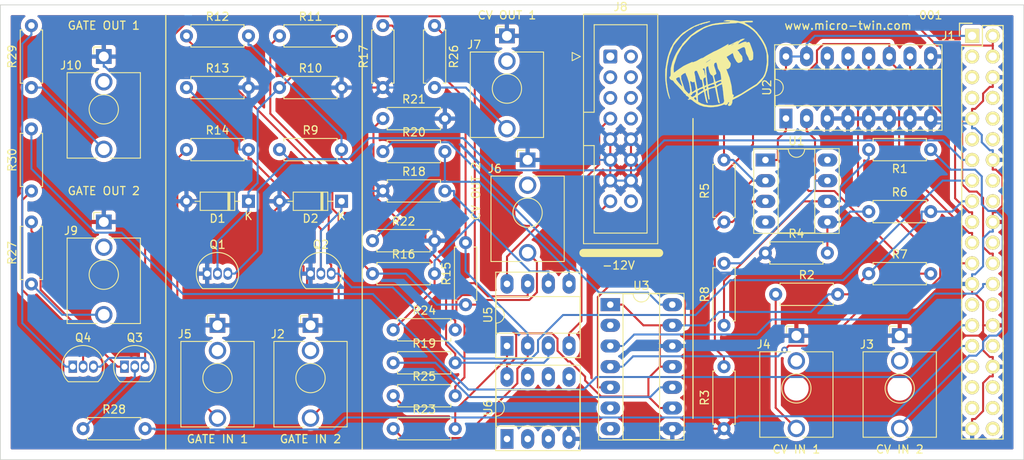
<source format=kicad_pcb>
(kicad_pcb (version 20211014) (generator pcbnew)
  (layers (0 "F.Cu" signal) (31 "B.Cu" signal) (34 "B.Paste" user) (35 "F.Paste" user) (36 "B.SilkS" user "B.Silkscreen") (37 "F.SilkS" user "F.Silkscreen") (38 "B.Mask" user) (39 "F.Mask" user) (44 "Edge.Cuts" user))
  (net 0 "")
  (net 1 "+3V3")
  (net 2 "+5V")
  (net 5 "GND")
  (net 13 "Net-(J1-Pad19)")
  (net 14 "Net-(J1-Pad21)")
  (net 16 "Net-(J1-Pad23)")
  (net 17 "Net-(J1-Pad24)")
  (net 18 "Net-(J1-Pad26)")
  (net 21 "Net-(J1-Pad29)")
  (net 22 "Net-(J1-Pad31)")
  (net 30 "Net-(J3-PadT)")
  (net 31 "Net-(R3-Pad2)")
  (net 32 "Net-(R4-Pad2)")
  (net 33 "Net-(R7-Pad2)")
  (net 34 "Net-(R8-Pad2)")
  (net 43 "Net-(D1-Pad1)")
  (net 44 "Net-(D2-Pad1)")
  (net 45 "Net-(J1-Pad15)")
  (net 46 "Net-(J1-Pad13)")
  (net 47 "Net-(J2-PadT)")
  (net 48 "Net-(J4-PadT)")
  (net 49 "Net-(J5-PadT)")
  (net 50 "Net-(R1-Pad2)")
  (net 52 "Net-(J6-PadT)")
  (net 53 "Net-(J7-PadT)")
  (net 54 "Net-(R15-Pad2)")
  (net 55 "Net-(R16-Pad2)")
  (net 56 "Net-(R19-Pad1)")
  (net 57 "Net-(R19-Pad2)")
  (net 58 "Net-(R20-Pad1)")
  (net 59 "Net-(R20-Pad2)")
  (net 60 "Net-(R23-Pad2)")
  (net 61 "Net-(R24-Pad2)")
  (net 64 "+12V")
  (net 65 "-12V")
  (net 66 "Net-(J9-PadT)")
  (net 67 "Net-(J10-PadT)")
  (net 68 "Net-(Q3-Pad1)")
  (net 69 "Net-(Q3-Pad2)")
  (net 70 "Net-(Q4-Pad1)")
  (net 71 "Net-(Q4-Pad2)")
  (footprint "Package_DIP:DIP-14_W7.62mm_Socket_LongPads" (layer "F.Cu") (at 93.98 87.63)
    (fp_text reference "U3")
    (fp_text value "MCP4922")
  )
  (footprint "Connector_Audio:Jack_3.5mm_QingPu_WQP-PJ398SM_Vertical_CircularHoles" (layer "F.Cu") (at 57.15 90.17)
    (fp_text reference "J2")
    (fp_text value "AudioJack2")
  )
  (footprint "Resistor_THT:R_Axial_DIN0207_L6.3mm_D2.5mm_P7.62mm_Horizontal" (layer "F.Cu") (at 66.04 64.77)
    (fp_text reference "R21")
    (fp_text value "10k")
  )
  (footprint "Resistor_THT:R_Axial_DIN0207_L6.3mm_D2.5mm_P7.62mm_Horizontal" (layer "F.Cu") (at 133.35 68.58 180)
    (fp_text reference "R1")
    (fp_text value "100k")
  )
  (footprint "Resistor_THT:R_Axial_DIN0207_L6.3mm_D2.5mm_P7.62mm_Horizontal" (layer "F.Cu") (at 66.04 73.66)
    (fp_text reference "R18")
    (fp_text value "20k")
  )
  (footprint "Diode_THT:D_DO-35_SOD27_P7.62mm_Horizontal" (layer "F.Cu") (at 49.53 74.93 180)
    (fp_text reference "D1")
    (fp_text value "1N4148")
  )
  (footprint "Package_DIP:DIP-8_W7.62mm_Socket_LongPads" (layer "F.Cu") (at 81.29 104.13 90)
    (fp_text reference "U6")
    (fp_text value "tl072")
  )
  (footprint "Package_TO_SOT_THT:TO-92_Inline" (layer "F.Cu") (at 27.94 95.25)
    (fp_text reference "Q4")
    (fp_text value "BC557")
  )
  (footprint "Resistor_THT:R_Axial_DIN0207_L6.3mm_D2.5mm_P7.62mm_Horizontal" (layer "F.Cu") (at 41.91 60.96)
    (fp_text reference "R13")
    (fp_text value "1M")
  )
  (footprint "Connector_Audio:Jack_3.5mm_QingPu_WQP-PJ398SM_Vertical_CircularHoles" (layer "F.Cu") (at 83.82 69.85)
    (fp_text reference "J6")
    (fp_text value "AudioJack2")
  )
  (footprint "Resistor_THT:R_Axial_DIN0207_L6.3mm_D2.5mm_P7.62mm_Horizontal" (layer "F.Cu") (at 67.31 102.87)
    (fp_text reference "R23")
    (fp_text value "30k")
  )
  (footprint "Resistor_THT:R_Axial_DIN0207_L6.3mm_D2.5mm_P7.62mm_Horizontal" (layer "F.Cu") (at 41.91 68.58)
    (fp_text reference "R14")
    (fp_text value "100k")
  )
  (footprint "Resistor_THT:R_Axial_DIN0207_L6.3mm_D2.5mm_P7.62mm_Horizontal" (layer "F.Cu") (at 107.95 90.17 90)
    (fp_text reference "R8")
    (fp_text value "33k")
  )
  (footprint "Resistor_THT:R_Axial_DIN0207_L6.3mm_D2.5mm_P7.62mm_Horizontal" (layer "F.Cu") (at 76.2 87.63 90)
    (fp_text reference "R15")
    (fp_text value "20k")
  )
  (footprint "Connector_Audio:Jack_3.5mm_QingPu_WQP-PJ398SM_Vertical_CircularHoles" (layer "F.Cu") (at 129.54 91.44)
    (fp_text reference "J3")
    (fp_text value "AudioJack2")
  )
  (footprint "Resistor_THT:R_Axial_DIN0207_L6.3mm_D2.5mm_P7.62mm_Horizontal" (layer "F.Cu") (at 107.95 102.87 90)
    (fp_text reference "R3")
    (fp_text value "180k")
  )
  (footprint "Resistor_THT:R_Axial_DIN0207_L6.3mm_D2.5mm_P7.62mm_Horizontal" (layer "F.Cu") (at 67.31 90.72)
    (fp_text reference "R24")
    (fp_text value "30k")
  )
  (footprint "Connector_Audio:Jack_3.5mm_QingPu_WQP-PJ398SM_Vertical_CircularHoles" (layer "F.Cu") (at 31.75 57.15)
    (fp_text reference "J10")
    (fp_text value "AudioJack2")
  )
  (footprint "Diode_THT:D_DO-35_SOD27_P7.62mm_Horizontal" (layer "F.Cu") (at 60.96 74.93 180)
    (fp_text reference "D2")
    (fp_text value "1N4148")
  )
  (footprint "rpi_hat:Pin_Header_Straight_2x20" (layer "F.Cu") (at 139.7 78.74)
    (fp_text reference "J1")
    (fp_text value "RPi_GPIO")
  )
  (footprint "Resistor_THT:R_Axial_DIN0207_L6.3mm_D2.5mm_P7.62mm_Horizontal" (layer "F.Cu") (at 72.39 53.34 -90)
    (fp_text reference "R26")
    (fp_text value "1k")
  )
  (footprint "Resistor_THT:R_Axial_DIN0207_L6.3mm_D2.5mm_P7.62mm_Horizontal" (layer "F.Cu") (at 67.31 98.82)
    (fp_text reference "R25")
    (fp_text value "1k")
  )
  (footprint "Connector_Audio:Jack_3.5mm_QingPu_WQP-PJ398SM_Vertical_CircularHoles" (layer "F.Cu") (at 31.75 77.47)
    (fp_text reference "J9")
    (fp_text value "AudioJack2")
  )
  (footprint "Resistor_THT:R_Axial_DIN0207_L6.3mm_D2.5mm_P7.62mm_Horizontal" (layer "F.Cu") (at 125.73 83.82)
    (fp_text reference "R7")
    (fp_text value "33k")
  )
  (footprint "Resistor_THT:R_Axial_DIN0207_L6.3mm_D2.5mm_P7.62mm_Horizontal" (layer "F.Cu") (at 53.34 60.96)
    (fp_text reference "R10")
    (fp_text value "1M")
  )
  (footprint "Resistor_THT:R_Axial_DIN0207_L6.3mm_D2.5mm_P7.62mm_Horizontal" (layer "F.Cu") (at 22.86 85.09 90)
    (fp_text reference "R27")
    (fp_text value "1k")
  )
  (footprint "Resistor_THT:R_Axial_DIN0207_L6.3mm_D2.5mm_P7.62mm_Horizontal" (layer "F.Cu") (at 53.34 54.61)
    (fp_text reference "R11")
    (fp_text value "100k")
  )
  (footprint "Resistor_THT:R_Axial_DIN0207_L6.3mm_D2.5mm_P7.62mm_Horizontal" (layer "F.Cu") (at 66.04 60.96 90)
    (fp_text reference "R17")
    (fp_text value "20k")
  )
  (footprint "Package_DIP:DIP-16_W7.62mm_Socket_LongPads" (layer "F.Cu") (at 115.56 64.76 90)
    (fp_text reference "U2")
    (fp_text value "MCP3008")
  )
  (footprint "Resistor_THT:R_Axial_DIN0207_L6.3mm_D2.5mm_P7.62mm_Horizontal" (layer "F.Cu") (at 107.95 77.47 90)
    (fp_text reference "R5")
    (fp_text value "300k")
  )
  (footprint "Resistor_THT:R_Axial_DIN0207_L6.3mm_D2.5mm_P7.62mm_Horizontal" (layer "F.Cu") (at 64.77 83.82)
    (fp_text reference "R16")
    (fp_text value "20k")
  )
  (footprint "Resistor_THT:R_Axial_DIN0207_L6.3mm_D2.5mm_P7.62mm_Horizontal" (layer "F.Cu") (at 113.03 81.28)
    (fp_text reference "R4")
    (fp_text value "180k")
  )
  (footprint "Package_TO_SOT_THT:TO-92_Inline" (layer "F.Cu") (at 34.29 95.25)
    (fp_text reference "Q3")
    (fp_text value "BC557")
  )
  (footprint "Package_TO_SOT_THT:TO-92_Inline" (layer "F.Cu") (at 44.45 83.82)
    (fp_text reference "Q1")
    (fp_text value "2N3904")
  )
  (footprint "Resistor_THT:R_Axial_DIN0207_L6.3mm_D2.5mm_P7.62mm_Horizontal" (layer "F.Cu") (at 114.3 86.36)
    (fp_text reference "R2")
    (fp_text value "100k")
  )
  (footprint "Resistor_THT:R_Axial_DIN0207_L6.3mm_D2.5mm_P7.62mm_Horizontal" (layer "F.Cu") (at 125.73 76.2)
    (fp_text reference "R6")
    (fp_text value "300k")
  )
  (footprint "Package_DIP:DIP-8_W7.62mm_Socket_LongPads" (layer "F.Cu") (at 113.04 69.86)
    (fp_text reference "U1")
    (fp_text value "tl072")
  )
  (footprint "Resistor_THT:R_Axial_DIN0207_L6.3mm_D2.5mm_P7.62mm_Horizontal" (layer "F.Cu") (at 29.21 102.87)
    (fp_text reference "R28")
    (fp_text value "4.7k")
  )
  (footprint "Resistor_THT:R_Axial_DIN0207_L6.3mm_D2.5mm_P7.62mm_Horizontal" (layer "F.Cu") (at 41.91 54.61)
    (fp_text reference "R12")
    (fp_text value "10k")
  )
  (footprint "Resistor_THT:R_Axial_DIN0207_L6.3mm_D2.5mm_P7.62mm_Horizontal" (layer "F.Cu") (at 22.86 73.66 90)
    (fp_text reference "R30")
    (fp_text value "4.7k")
  )
  (footprint "4ms_Connector:Pins_2x08_2.54mm_TH_EuroPower_Shrouded" (layer "F.Cu") (at 95.25 66.04)
    (fp_text reference "J8")
    (fp_text value "Eurorack_Power_16pin_Shrouded")
  )
  (footprint "Connector_Audio:Jack_3.5mm_QingPu_WQP-PJ398SM_Vertical_CircularHoles" (layer "F.Cu") (at 81.28 54.61)
    (fp_text reference "J7")
    (fp_text value "AudioJack2")
  )
  (footprint "Resistor_THT:R_Axial_DIN0207_L6.3mm_D2.5mm_P7.62mm_Horizontal" (layer "F.Cu") (at 64.77 79.77)
    (fp_text reference "R22")
    (fp_text value "10k")
  )
  (footprint "Resistor_THT:R_Axial_DIN0207_L6.3mm_D2.5mm_P7.62mm_Horizontal" (layer "F.Cu") (at 66.04 68.82)
    (fp_text reference "R20")
    (fp_text value "3.3k")
  )
  (footprint "Package_DIP:DIP-8_W7.62mm_Socket_LongPads" (layer "F.Cu") (at 81.29 92.7 90)
    (fp_text reference "U5")
    (fp_text value "TL072")
  )
  (footprint "Resistor_THT:R_Axial_DIN0207_L6.3mm_D2.5mm_P7.62mm_Horizontal" (layer "F.Cu") (at 53.34 68.58)
    (fp_text reference "R9")
    (fp_text value "10k")
  )
  (footprint "Resistor_THT:R_Axial_DIN0207_L6.3mm_D2.5mm_P7.62mm_Horizontal" (layer "F.Cu") (at 22.86 60.96 90)
    (fp_text reference "R29")
    (fp_text value "1k")
  )
  (footprint "Resistor_THT:R_Axial_DIN0207_L6.3mm_D2.5mm_P7.62mm_Horizontal" (layer "F.Cu") (at 67.31 94.77)
    (fp_text reference "R19")
    (fp_text value "3.3k")
  )
  (footprint "Connector_Audio:Jack_3.5mm_QingPu_WQP-PJ398SM_Vertical_CircularHoles" (layer "F.Cu") (at 116.84 91.44)
    (fp_text reference "J4")
    (fp_text value "AudioJack2")
  )
  (footprint "Connector_Audio:Jack_3.5mm_QingPu_WQP-PJ398SM_Vertical_CircularHoles" (layer "F.Cu") (at 45.72 90.17)
    (fp_text reference "J5")
    (fp_text value "AudioJack2")
  )
  (footprint "Package_TO_SOT_THT:TO-92_Inline" (layer "F.Cu") (at 57.15 83.82)
    (fp_text reference "Q2")
    (fp_text value "2N3904")
  )
  (gr_poly (pts (xy 108.567314 52.672831) (xy 108.710484 52.68841) (xy 108.884519 52.685976) (xy 109.407257 52.733449) (xy 109.913292 52.824843) (xy 110.686033 52.766804) (xy 111.456027 52.766644) (xy 111.500579 52.912595) (xy 111.25577 52.95055) (xy 110.85157 52.943885) (xy 110.446845 52.960085) (xy 110.598707 53.084352) (xy 110.789564 53.180775) (xy 111.157309 53.4119) (xy 111.486428 53.67291) (xy 111.610944 53.768915) (xy 111.722205 53.869839) (xy 111.840724 54.005591) (xy 111.975033 54.116114) (xy 112.101794 54.294832) (xy 112.176059 54.397585) (xy 112.409302 54.674795) (xy 112.625729 54.991339) (xy 112.772741 55.231057) (xy 112.898064 55.465355) (xy 112.960325 55.579121) (xy 113.037882 55.724775) (xy 113.105148 55.900914) (xy 113.178613 56.074671) (xy 113.405497 57.106654) (xy 113.377599 58.170352) (xy 113.251393 58.870499) (xy 113.011087 59.536816) (xy 112.580324 60.174932) (xy 112.012332 60.696961) (xy 111.193014 61.20315) (xy 110.371078 61.715488) (xy 109.697817 62.118312) (xy 108.994841 62.46922) (xy 108.96063 62.825941) (xy 108.813853 63.13127) (xy 108.578959 63.228343) (xy 108.42533 63.134059) (xy 108.500351 62.962407) (xy 108.601679 62.804361) (xy 108.467477 62.751174) (xy 108.404098 62.967064) (xy 108.20326 63.118874) (xy 108.030753 63.045249) (xy 107.89523 63.049227) (xy 107.715757 63.135316) (xy 107.156994 63.293121) (xy 106.58292 63.365543) (xy 106.481971 63.36148) (xy 106.367412 63.380954) (xy 106.185425 63.373256) (xy 106.038458 63.362387) (xy 105.472237 63.295199) (xy 104.943154 63.120158) (xy 104.610179 62.941727) (xy 104.29341 62.72252) (xy 104.173399 62.63254) (xy 104.006621 62.491905) (xy 103.82143 62.405493) (xy 103.608897 62.465238) (xy 103.48904 62.420351) (xy 103.653952 62.311365) (xy 103.642576 62.236261) (xy 104.250189 62.236261) (xy 104.328639 62.381967) (xy 104.439848 62.468343) (xy 104.558642 62.535718) (xy 104.555683 62.320348) (xy 104.738687 62.320348) (xy 104.777201 62.697058) (xy 105.160385 62.915618) (xy 105.587031 63.059811) (xy 106.06987 63.131715) (xy 106.553878 63.150556) (xy 107.114324 63.086145) (xy 107.641012 62.954421) (xy 107.877181 62.844315) (xy 107.977072 62.627447) (xy 107.902655 62.088831) (xy 107.848628 61.547652) (xy 107.788169 61.049262) (xy 107.70611 60.554916) (xy 107.364844 60.688089) (xy 107.051212 60.900864) (xy 107.148273 61.468409) (xy 107.245462 62.039838) (xy 107.346576 62.465375) (xy 107.433888 62.889391) (xy 107.286356 62.847064) (xy 107.201255 62.622614) (xy 107.031902 61.787243) (xy 106.853426 60.959197) (xy 106.439226 61.052693) (xy 106.051477 61.189677) (xy 106.081944 61.660232) (xy 106.150301 62.135017) (xy 106.178916 62.385854) (xy 106.058254 62.441505) (xy 105.938148 61.865641) (xy 105.860382 61.280986) (xy 105.672156 61.403349) (xy 105.702115 61.662713) (xy 105.828124 62.270558) (xy 105.95602 62.873087) (xy 105.815549 62.820954) (xy 105.71813 62.566491) (xy 105.605103 62.011942) (xy 105.487507 61.458441) (xy 105.108591 61.685901) (xy 104.742909 61.933619) (xy 104.738687 62.320348) (xy 104.555683 62.320348) (xy 104.554661 62.245935) (xy 104.434621 62.126772) (xy 104.250189 62.236261) (xy 103.642576 62.236261) (xy 103.631919 62.165912) (xy 103.463795 62.029376) (xy 103.31047 61.961416) (xy 103.298827 61.936195) (xy 103.832529 61.936195) (xy 103.939844 62.049257) (xy 104.066491 62.112633) (xy 104.389367 61.936661) (xy 104.538367 61.632792) (xy 104.496172 61.538833) (xy 104.705516 61.538833) (xy 104.749082 61.703173) (xy 105.090539 61.479781) (xy 105.433323 61.260078) (xy 105.393573 61.063699) (xy 105.210873 61.102311) (xy 104.947606 61.208701) (xy 104.718933 61.353784) (xy 104.705516 61.538833) (xy 104.496172 61.538833) (xy 104.470635 61.481965) (xy 104.276412 61.574452) (xy 104.082817 61.687764) (xy 103.978336 61.867703) (xy 103.864791 61.90129) (xy 103.832529 61.936195) (xy 103.298827 61.936195) (xy 103.232665 61.792877) (xy 103.03615 61.648569) (xy 102.868054 61.419787) (xy 102.368801 60.879949) (xy 101.857037 60.357061) (xy 101.759389 60.197608) (xy 101.632773 60.074078) (xy 101.442811 60.015929) (xy 101.270492 59.860436) (xy 101.270767 59.847437) (xy 102.059981 59.847437) (xy 102.090854 59.991566) (xy 102.197355 60.139321) (xy 102.372734 60.372359) (xy 102.553189 60.582865) (xy 102.660446 60.682635) (xy 102.762491 60.792882) (xy 102.797132 60.820201) (xy 102.829603 60.809639) (xy 102.652237 60.247287) (xy 102.487876 59.685151) (xy 102.277123 59.706779) (xy 102.059981 59.847437) (xy 101.270767 59.847437) (xy 101.273153 59.734909) (xy 101.2132 59.717129) (xy 101.367654 59.559794) (xy 101.376921 59.49944) (xy 102.676649 59.49944) (xy 102.696708 59.910411) (xy 102.827996 60.307713) (xy 102.965623 60.729289) (xy 103.109455 61.178768) (xy 103.337146 61.450984) (xy 103.591979 61.689016) (xy 103.661575 61.721538) (xy 103.818699 61.485603) (xy 103.79036 61.175946) (xy 103.664827 60.419717) (xy 103.633162 60.318889) (xy 103.792377 60.318889) (xy 103.923513 60.919726) (xy 104.000666 61.532535) (xy 104.013713 61.524641) (xy 104.02676 61.516746) (xy 104.026751 61.516747) (xy 104.026742 61.516748) (xy 104.026737 61.516748) (xy 104.026732 61.516748) (xy 104.026728 61.516749) (xy 104.026723 61.516749) (xy 104.026686 61.516751) (xy 104.026682 61.516751) (xy 104.282793 61.375943) (xy 104.492485 61.191902) (xy 104.420251 60.716826) (xy 104.322201 60.249487) (xy 104.106975 60.309558) (xy 103.932695 60.216718) (xy 103.799378 60.146958) (xy 103.792377 60.318889) (xy 103.633162 60.318889) (xy 103.435783 59.690405) (xy 103.314517 59.421826) (xy 103.207973 59.148588) (xy 102.926038 59.278906) (xy 102.676649 59.49944) (xy 101.376921 59.49944) (xy 101.399367 59.353263) (xy 101.389765 58.949153) (xy 101.40968 58.667147) (xy 101.757051 58.667147) (xy 101.79282 59.13781) (xy 101.833486 59.10848) (xy 104.306713 59.10848) (xy 104.411319 59.598944) (xy 104.473973 60.095576) (xy 104.575372 60.602981) (xy 104.669287 61.111163) (xy 104.696971 61.119964) (xy 104.724399 61.130283) (xy 105.037945 60.986394) (xy 105.089786 60.963527) (xy 105.568033 60.963527) (xy 105.615892 61.182827) (xy 105.814439 61.078418) (xy 105.787893 60.859909) (xy 105.568033 60.963527) (xy 105.089786 60.963527) (xy 105.353609 60.847152) (xy 105.347888 60.790477) (xy 105.994023 60.790477) (xy 106.004409 60.90942) (xy 106.036698 61.005424) (xy 106.439272 60.902065) (xy 106.827555 60.76955) (xy 106.774143 60.540019) (xy 106.561579 60.565473) (xy 106.267334 60.664524) (xy 105.994023 60.790477) (xy 105.347888 60.790477) (xy 105.310495 60.420049) (xy 105.249991 60.13932) (xy 105.418312 60.13932) (xy 105.476927 60.461967) (xy 105.552047 60.780209) (xy 105.764553 60.647506) (xy 105.767434 60.416723) (xy 105.728777 60.052055) (xy 105.690913 59.687228) (xy 105.426916 59.834698) (xy 105.418312 60.13932) (xy 105.249991 60.13932) (xy 105.221476 60.007013) (xy 105.053516 59.963104) (xy 104.990643 59.782296) (xy 104.814185 59.339838) (xy 104.622362 58.897386) (xy 104.385467 58.914384) (xy 104.306713 59.10848) (xy 101.833486 59.10848) (xy 102.37448 58.718286) (xy 102.444333 58.67119) (xy 105.319203 58.67119) (xy 105.506143 58.911444) (xy 105.571897 59.239536) (xy 105.60225 59.401771) (xy 105.659086 59.474534) (xy 105.631502 59.125267) (xy 105.592198 58.760517) (xy 105.545382 58.626774) (xy 105.738369 58.626774) (xy 105.837932 59.613473) (xy 105.95456 60.598687) (xy 105.98178 60.599049) (xy 106.008552 60.593694) (xy 106.362951 60.468787) (xy 106.37014 60.465974) (xy 106.943525 60.465974) (xy 106.970463 60.593778) (xy 107.040822 60.70048) (xy 107.334019 60.519904) (xy 107.637647 60.372375) (xy 107.604091 60.175393) (xy 107.364376 60.231521) (xy 107.13723 60.321684) (xy 106.943525 60.465974) (xy 106.37014 60.465974) (xy 106.711515 60.3324) (xy 106.661215 59.920445) (xy 106.543675 59.51061) (xy 106.494412 59.475374) (xy 106.711204 59.475374) (xy 106.790378 59.851844) (xy 106.897803 60.220569) (xy 106.911763 60.235272) (xy 106.926621 60.245176) (xy 107.270948 60.111524) (xy 107.615883 59.978451) (xy 107.571304 59.518749) (xy 107.479767 59.068515) (xy 107.195117 58.588364) (xy 107.075767 58.048471) (xy 106.995095 57.869328) (xy 106.775607 57.966563) (xy 106.71987 58.215533) (xy 106.798907 58.486579) (xy 106.928343 58.870956) (xy 107.014771 59.256457) (xy 106.859406 59.385585) (xy 106.711204 59.475374) (xy 106.494412 59.475374) (xy 106.315818 59.347631) (xy 106.182415 59.10658) (xy 106.076686 58.718559) (xy 106.001958 58.331129) (xy 105.797516 58.425919) (xy 105.738369 58.626774) (xy 105.545382 58.626774) (xy 105.522713 58.562015) (xy 105.319203 58.67119) (xy 102.444333 58.67119) (xy 102.968901 58.317523) (xy 103.422483 58.092535) (xy 103.857655 57.899763) (xy 105.733058 57.899763) (xy 105.744271 57.912058) (xy 106.03617 57.708989) (xy 106.350037 57.513217) (xy 106.18586 57.55598) (xy 106.007265 57.674576) (xy 105.854055 57.775323) (xy 105.746444 57.86996) (xy 105.733058 57.899763) (xy 103.857655 57.899763) (xy 103.882926 57.888568) (xy 104.078533 57.796507) (xy 104.064078 57.869986) (xy 104.299038 57.792021) (xy 104.51462 57.713988) (xy 104.703574 57.617935) (xy 104.920587 57.48834) (xy 105.189214 57.350836) (xy 105.319431 57.304142) (xy 105.123311 57.455718) (xy 105.21501 57.409175) (xy 105.77106 57.051209) (xy 106.348617 56.735062) (xy 106.676522 56.55434) (xy 107.030766 56.399455) (xy 107.59572 56.106273) (xy 108.154771 55.79196) (xy 108.297713 55.702861) (xy 108.48686 55.597136) (xy 108.494941 55.69445) (xy 108.386969 55.813036) (xy 108.471371 55.776609) (xy 108.828416 55.776609) (xy 108.855293 55.783211) (xy 108.887949 55.767921) (xy 109.114924 55.613518) (xy 109.240717 55.501694) (xy 109.022045 55.625623) (xy 108.828416 55.776609) (xy 108.471371 55.776609) (xy 108.598543 55.721722) (xy 108.816407 55.640759) (xy 109.270524 55.41055) (xy 109.725018 55.182864) (xy 109.600291 55.314654) (xy 109.638595 55.330615) (xy 109.810294 55.192418) (xy 109.983883 55.059012) (xy 110.252667 54.965072) (xy 110.511946 54.96835) (xy 110.339572 55.100353) (xy 110.117905 55.233676) (xy 109.925902 55.353738) (xy 109.798336 55.463663) (xy 109.738869 55.56402) (xy 109.678213 55.664148) (xy 109.907504 55.567053) (xy 110.163642 55.446005) (xy 110.441812 55.344701) (xy 110.728931 55.330398) (xy 110.695517 55.45295) (xy 110.826113 55.405752) (xy 110.946024 55.371818) (xy 111.025609 55.372133) (xy 111.129769 55.502232) (xy 111.197987 55.685255) (xy 111.370529 56.155947) (xy 111.523809 56.638377) (xy 111.540986 57.064427) (xy 111.510777 57.484931) (xy 111.355323 57.621073) (xy 111.138342 57.653947) (xy 111.02034 57.540781) (xy 110.946829 57.28568) (xy 110.665761 56.78207) (xy 110.566483 56.212989) (xy 110.459338 55.999404) (xy 110.258644 56.008931) (xy 109.920263 56.185431) (xy 109.585411 56.369164) (xy 109.749401 56.520983) (xy 109.873704 56.728695) (xy 110.167508 57.103576) (xy 110.242319 57.546006) (xy 110.1484 57.767372) (xy 109.958792 57.873593) (xy 109.699497 57.943707) (xy 109.483462 57.760866) (xy 109.198416 57.262469) (xy 109.023658 56.713903) (xy 108.645088 56.955491) (xy 108.262676 57.188191) (xy 108.509593 57.58654) (xy 108.778605 57.976632) (xy 108.761751 58.228523) (xy 108.693813 58.446291) (xy 108.519774 58.620013) (xy 108.320091 58.703908) (xy 108.224628 58.639742) (xy 108.275592 58.806579) (xy 108.629205 59.745908) (xy 108.864983 60.715496) (xy 108.926535 61.25145) (xy 108.996133 61.786729) (xy 109.160518 61.887157) (xy 109.090372 62.134331) (xy 109.074138 62.188463) (xy 109.126807 62.175384) (xy 110.078738 61.694024) (xy 110.977529 61.117389) (xy 111.962773 60.509893) (xy 112.74107 59.671397) (xy 112.939923 59.286224) (xy 113.073406 58.865723) (xy 113.228085 57.809745) (xy 113.174237 56.73738) (xy 113.112332 56.499359) (xy 113.055652 56.297415) (xy 112.995838 56.162213) (xy 112.974737 56.074599) (xy 112.929213 55.965974) (xy 112.885029 55.84591) (xy 112.707955 55.496505) (xy 112.51071 55.159269) (xy 112.243489 54.765443) (xy 111.961493 54.394053) (xy 111.875667 54.299733) (xy 111.764968 54.176179) (xy 111.636143 54.051869) (xy 111.494242 53.916357) (xy 110.929968 53.492271) (xy 110.305277 53.163241) (xy 110.052002 53.081517) (xy 109.787621 53.007872) (xy 109.621854 52.995394) (xy 109.439529 53.042263) (xy 108.027159 53.12569) (xy 106.626732 53.29597) (xy 106.024159 53.469904) (xy 105.431025 53.715046) (xy 103.968295 54.65645) (xy 102.798539 55.956043) (xy 102.196881 57.028511) (xy 101.809137 58.195602) (xy 101.757051 58.667147) (xy 101.40968 58.667147) (xy 101.417794 58.552257) (xy 101.593529 57.839002) (xy 101.867894 57.15586) (xy 102.077083 56.734427) (xy 102.320968 56.329076) (xy 102.357344 56.272715) (xy 102.448094 56.136089) (xy 102.548413 56.021653) (xy 102.588376 55.953535) (xy 102.624563 55.91935) (xy 102.719712 55.797145) (xy 102.768606 55.712584) (xy 102.845785 55.570024) (xy 102.993966 55.415402) (xy 103.110868 55.26833) (xy 103.22632 55.175995) (xy 103.320459 55.055335) (xy 103.566591 54.802951) (xy 103.83035 54.54784) (xy 104.608798 53.965843) (xy 105.469319 53.524224) (xy 105.647869 53.442543) (xy 105.741826 53.402276) (xy 105.834768 53.378834) (xy 105.94902 53.343275) (xy 106.166052 53.262955) (xy 106.391088 53.180509) (xy 106.543394 53.147288) (xy 106.71978 53.122069) (xy 106.852985 53.083942) (xy 107.029241 53.061927) (xy 107.23407 53.035934) (xy 107.337239 53.021289) (xy 107.550148 52.995621) (xy 107.739571 52.978899) (xy 107.896522 52.964517) (xy 108.056211 52.968049) (xy 108.220229 52.95383) (xy 108.43618 52.936313) (xy 108.656551 52.913394) (xy 108.705271 52.855473) (xy 108.600003 52.840368) (xy 108.432844 52.849248) (xy 108.406805 52.838832) (xy 108.207494 52.839403) (xy 108.105975 52.839719) (xy 108.066763 52.794801) (xy 108.185539 52.695246) (xy 108.338607 52.672504) (xy 108.452197 52.669172)) (layer "F.SilkS") (width 0.014) (fill solid))
  (gr_poly (pts (xy 108.096976 52.72046) (xy 108.038871 52.739368) (xy 107.971833 52.749856) (xy 108.066938 52.6825)) (layer "F.SilkS") (width 0.014) (fill solid))
  (gr_poly (pts (xy 108.024892 52.821682) (xy 107.910062 52.850972) (xy 107.969843 52.77634) (xy 108.067584 52.775436)) (layer "F.SilkS") (width 0.014) (fill solid))
  (gr_line (start 39.37 52.07) (end 39.37 105.41) (layer "F.SilkS") (width 0.15))
  (gr_poly (pts (xy 106.261388 52.826073) (xy 106.200831 52.898935) (xy 106.086075 52.946962) (xy 105.963261 52.96287) (xy 105.912397 53.013859) (xy 105.761816 53.03629) (xy 105.649707 53.043182) (xy 105.542819 53.09701) (xy 105.455764 53.11451) (xy 105.368435 53.12397) (xy 105.270132 53.169684) (xy 105.206465 53.211897) (xy 105.106741 53.23366) (xy 105.01989 53.222535) (xy 104.869804 53.282486) (xy 104.815043 53.351363) (xy 104.71515 53.343026) (xy 104.571232 53.418908) (xy 104.438648 53.473138) (xy 104.283509 53.505749) (xy 104.224164 53.574975) (xy 104.108332 53.632041) (xy 103.992058 53.71334) (xy 103.913586 53.773495) (xy 103.739881 53.860068) (xy 103.609992 53.932718) (xy 103.506625 54.012886) (xy 103.362844 54.115773) (xy 103.286887 54.159024) (xy 103.203043 54.247229) (xy 102.921263 54.446548) (xy 102.657093 54.681067) (xy 101.770939 55.77207) (xy 101.230803 57.071815) (xy 100.955334 58.471416) (xy 100.891536 59.886007) (xy 100.904005 60.164656) (xy 100.937083 60.405635) (xy 101.007454 60.938237) (xy 101.099648 61.469499) (xy 101.213583 61.894105) (xy 101.321993 62.3181) (xy 101.297046 62.351633) (xy 101.268353 62.359772) (xy 101.088219 61.920775) (xy 100.959176 61.437547) (xy 100.888444 61.082934) (xy 100.834668 60.737221) (xy 100.788778 60.454441) (xy 100.755836 60.16043) (xy 100.727331 59.423758) (xy 100.740762 58.699434) (xy 100.769518 58.571755) (xy 100.800589 58.394279) (xy 100.89438 57.77821) (xy 101.028499 57.172312) (xy 101.072018 57.057505) (xy 101.109796 56.931057) (xy 101.141922 56.831227) (xy 101.199605 56.656275) (xy 101.310209 56.381251) (xy 101.39827 56.11959) (xy 101.464057 56.02374) (xy 101.526395 55.913754) (xy 101.600334 55.763752) (xy 101.669821 55.621914) (xy 101.716668 55.572376) (xy 101.723347 55.516782) (xy 101.823718 55.390994) (xy 101.920368 55.244398) (xy 101.967898 55.181029) (xy 102.047024 55.063992) (xy 102.890242 54.235395) (xy 103.887587 53.59627) (xy 104.478684 53.307838) (xy 105.09381 53.081752) (xy 105.460586 52.96952) (xy 105.834397 52.884281) (xy 106.016017 52.841604) (xy 106.129923 52.805445)) (layer "F.SilkS") (width 0.014) (fill solid))
  (gr_line (start 104.14 64.77) (end 104.14 101.6) (layer "F.SilkS") (width 0.15))
  (gr_line (start 63.5 52.07) (end 63.5 105.41) (layer "F.SilkS") (width 0.15))
  (gr_line (start 19.05 106.68) (end 144.78 106.68) (layer "Edge.Cuts") (width 0.1))
  (gr_line (start 19.05 50.8) (end 19.05 106.68) (layer "Edge.Cuts") (width 0.1))
  (gr_line (start 144.78 106.68) (end 144.78 50.8) (layer "Edge.Cuts") (width 0.1))
  (gr_line (start 144.78 50.8) (end 19.05 50.8) (layer "Edge.Cuts") (width 0.1))
  (gr_text "GATE IN 1" (at 45.72 104.14) (layer "F.SilkS") (effects (font (size 1 1))))
  (gr_text "GATE OUT 1" (at 31.75 53.34) (layer "F.SilkS") (effects (font (size 1 1))))
  (gr_text "001" (at 133.35 52.07) (layer "F.SilkS") (effects (font (size 1 1))))
  (gr_text "CV OUT 2" (at 77.47 73.66 90) (layer "F.SilkS") (effects (font (size 1 1))))
  (gr_text "CV IN 1" (at 116.84 105.41) (layer "F.SilkS") (effects (font (size 1 1))))
  (gr_text "CV IN 2" (at 129.54 105.41) (layer "F.SilkS") (effects (font (size 1 1))))
  (gr_text "GATE IN 2" (at 57.15 104.14) (layer "F.SilkS") (effects (font (size 1 1))))
  (gr_text "GATE OUT 2" (at 31.75 73.66) (layer "F.SilkS") (effects (font (size 1 1))))
  (gr_text "www.micro-twin.com" (at 123.19 53.34) (layer "F.SilkS") (effects (font (size 1 1))))
  (gr_text "CV OUT 1" (at 81.28 52.07) (layer "F.SilkS") (effects (font (size 1 1))))
  (segment (start 101.6 90.17) (end 100.0747 90.17) (width 0.25) (layer "F.Cu") (net 1))
  (segment (start 60.96 68.58) (end 60.96 69.7053) (width 0.25) (layer "F.Cu") (net 1))
  (segment (start 87.4954 91.8153) (end 87.4954 93.2978) (width 0.25) (layer "F.Cu") (net 1))
  (segment (start 82.4154 91.3113) (end 82.5866 91.1401) (width 0.25) (layer "F.Cu") (net 1))
  (segment (start 111.3937 72.4) (end 113.04 72.4) (width 0.25) (layer "F.Cu") (net 1))
  (segment (start 81.5489 94.9847) (end 82.4154 94.1182) (width 0.25) (layer "F.Cu") (net 1))
  (segment (start 98.6621 98.9174) (end 98.6621 96.6626) (width 0.25) (layer "F.Cu") (net 1))
  (segment (start 123.19 86.36) (end 125.73 83.82) (width 0.25) (layer "F.Cu") (net 1))
  (segment (start 107.95 69.85) (end 107.95 66.2753) (width 0.25) (layer "F.Cu") (net 1))
  (segment (start 121.92 86.36) (end 123.19 86.36) (width 0.25) (layer "F.Cu") (net 1))
  (segment (start 88.8026 94.605) (end 89.0197 94.605) (width 0.25) (layer "F.Cu") (net 1))
  (segment (start 103.1253 90.17) (end 103.1253 80.6684) (width 0.25) (layer "F.Cu") (net 1))
  (segment (start 62.9309 81.9809) (end 64.77 83.82) (width 0.25) (layer "F.Cu") (net 1))
  (segment (start 89.0197 94.605) (end 90.8857 96.471) (width 0.25) (layer "F.Cu") (net 1))
  (segment (start 93.98 87.63) (end 95.5053 87.63) (width 0.25) (layer "F.Cu") (net 1))
  (segment (start 98.0453 90.17) (end 95.5053 87.63) (width 0.25) (layer "F.Cu") (net 1))
  (segment (start 98.6621 96.6626) (end 100.0747 95.25) (width 0.25) (layer "F.Cu") (net 1))
  (segment (start 62.9309 71.6762) (end 62.9309 81.9809) (width 0.25) (layer "F.Cu") (net 1))
  (segment (start 82.4154 94.1182) (end 82.4154 91.3113) (width 0.25) (layer "F.Cu") (net 1))
  (segment (start 100.0747 95.25) (end 100.0747 90.17) (width 0.25) (layer "F.Cu") (net 1))
  (segment (start 101.6 100.33) (end 100.0747 100.33) (width 0.25) (layer "F.Cu") (net 1))
  (segment (start 81.29 94.9847) (end 81.5489 94.9847) (width 0.25) (layer "F.Cu") (net 1))
  (segment (start 100.0747 90.17) (end 98.0453 90.17) (width 0.25) (layer "F.Cu") (net 1))
  (segment (start 87.4954 93.2978) (end 88.8026 94.605) (width 0.25) (layer "F.Cu") (net 1))
  (segment (start 82.5866 91.1401) (end 86.8202 91.1401) (width 0.25) (layer "F.Cu") (net 1))
  (segment (start 100.0747 100.33) (end 98.6621 98.9174) (width 0.25) (layer "F.Cu") (net 1))
  (segment (start 90.8857 96.9503) (end 92.8528 98.9174) (width 0.25) (layer "F.Cu") (net 1))
  (segment (start 60.96 69.7053) (end 62.9309 71.6762) (width 0.25) (layer "F.Cu") (net 1))
  (segment (start 115.56 57.14) (end 115.56 58.6653) (width 0.25) (layer "F.Cu") (net 1))
  (segment (start 86.8202 91.1401) (end 87.4954 91.8153) (width 0.25) (layer "F.Cu") (net 1))
  (segment (start 90.8857 96.471) (end 90.8857 96.9503) (width 0.25) (layer "F.Cu") (net 1))
  (segment (start 107.95 66.2753) (end 115.56 58.6653) (width 0.25) (layer "F.Cu") (net 1))
  (segment (start 101.6 90.17) (end 103.1253 90.17) (width 0.25) (layer "F.Cu") (net 1))
  (segment (start 81.29 96.51) (end 81.29 94.9847) (width 0.25) (layer "F.Cu") (net 1))
  (segment (start 92.8528 98.9174) (end 98.6621 98.9174) (width 0.25) (layer "F.Cu") (net 1))
  (segment (start 103.1253 80.6684) (end 111.3937 72.4) (width 0.25) (layer "F.Cu") (net 1))
  (segment (start 76.2 87.63) (end 78.7341 87.63) (width 0.25) (layer "F.Cu") (net 1))
  (segment (start 78.7341 87.63) (end 82.4154 91.3113) (width 0.25) (layer "F.Cu") (net 1))
  (segment (start 101.6 95.25) (end 100.0747 95.25) (width 0.25) (layer "F.Cu") (net 1))
  (segment (start 49.8113 55.7353) (end 60.96 66.884) (width 0.25) (layer "B.Cu") (net 1))
  (segment (start 137.2411 54.61) (end 119.1047 54.61) (width 0.25) (layer "B.Cu") (net 1))
  (segment (start 115.56 57.14) (end 118.1 57.14) (width 0.25) (layer "B.Cu") (net 1))
  (segment (start 60.96 66.884) (end 60.96 68.58) (width 0.25) (layer "B.Cu") (net 1))
  (segment (start 133.35 76.2) (end 132.2247 76.2) (width 0.25) (layer "B.Cu") (net 1))
  (segment (start 125.73 83.82) (end 132.2247 77.3253) (width 0.25) (layer "B.Cu") (net 1))
  (segment (start 132.2247 77.3253) (end 132.2247 76.2) (width 0.25) (layer "B.Cu") (net 1))
  (segment (start 119.1047 54.61) (end 118.1 55.6147) (width 0.25) (layer "B.Cu") (net 1))
  (segment (start 138.43 74.93) (end 137.2411 74.93) (width 0.25) (layer "B.Cu") (net 1))
  (segment (start 120.7947 86.36) (end 118.6296 88.5251) (width 0.25) (layer "B.Cu") (net 1))
  (segment (start 68.8764 83.82) (end 72.6864 87.63) (width 0.25) (layer "B.Cu") (net 1))
  (segment (start 105.7215 90.17) (end 101.6 90.17) (width 0.25) (layer "B.Cu") (net 1))
  (segment (start 107.95 69.85) (end 109.0753 69.85) (width 0.25) (layer "B.Cu") (net 1))
  (segment (start 121.92 86.36) (end 120.7947 86.36) (width 0.25) (layer "B.Cu") (net 1))
  (segment (start 135.9711 76.2) (end 137.2411 74.93) (width 0.25) (layer "B.Cu") (net 1))
  (segment (start 118.6296 88.5251) (end 107.3664 88.5251) (width 0.25) (layer "B.Cu") (net 1))
  (segment (start 133.35 76.2) (end 135.9711 76.2) (width 0.25) (layer "B.Cu") (net 1))
  (segment (start 118.1 57.14) (end 118.1 55.6147) (width 0.25) (layer "B.Cu") (net 1))
  (segment (start 72.6864 87.63) (end 76.2 87.63) (width 0.25) (layer "B.Cu") (net 1))
  (segment (start 107.3664 88.5251) (end 105.7215 90.17) (width 0.25) (layer "B.Cu") (net 1))
  (segment (start 111.5147 72.2894) (end 109.0753 69.85) (width 0.25) (layer "B.Cu") (net 1))
  (segment (start 49.53 54.61) (end 49.53 55.7353) (width 0.25) (layer "B.Cu") (net 1))
  (segment (start 113.04 72.4) (end 111.5147 72.4) (width 0.25) (layer "B.Cu") (net 1))
  (segment (start 138.43 54.61) (end 137.2411 54.61) (width 0.25) (layer "B.Cu") (net 1))
  (segment (start 49.53 55.7353) (end 49.8113 55.7353) (width 0.25) (layer "B.Cu") (net 1))
  (segment (start 64.77 83.82) (end 68.8764 83.82) (width 0.25) (layer "B.Cu") (net 1))
  (segment (start 111.5147 72.4) (end 111.5147 72.2894) (width 0.25) (layer "B.Cu") (net 1))
  (segment (start 140.97 55.8006) (end 134.0967 55.8006) (width 0.25) (layer "F.Cu") (net 2))
  (segment (start 42.6741 52.2036) (end 36.83 58.0477) (width 0.25) (layer "F.Cu") (net 2))
  (segment (start 130.4997 52.2036) (end 42.6741 52.2036) (width 0.25) (layer "F.Cu") (net 2))
  (segment (start 140.97 57.15) (end 140.97 55.8006) (width 0.25) (layer "F.Cu") (net 2))
  (segment (start 36.83 58.0477) (end 36.83 95.25) (width 0.25) (layer "F.Cu") (net 2))
  (segment (start 134.0967 55.8006) (end 130.4997 52.2036) (width 0.25) (layer "F.Cu") (net 2))
  (segment (start 140.97 55.8006) (end 140.97 54.61) (width 0.25) (layer "F.Cu") (net 2))
  (segment (start 32.4056 94.1747) (end 31.3303 95.25) (width 0.25) (layer "B.Cu") (net 2))
  (segment (start 36.83 95.25) (end 36.83 94.1747) (width 0.25) (layer "B.Cu") (net 2))
  (segment (start 36.83 94.1747) (end 32.4056 94.1747) (width 0.25) (layer "B.Cu") (net 2))
  (segment (start 30.48 95.25) (end 31.3303 95.25) (width 0.25) (layer "B.Cu") (net 2))
  (segment (start 140.5984 60.8789) (end 140.97 60.8789) (width 0.25) (layer "F.Cu") (net 5))
  (segment (start 51.0876 77.745) (end 56.2997 82.9571) (width 0.25) (layer "F.Cu") (net 5))
  (segment (start 41.9406 76.0553) (end 41.91 76.0553) (width 0.25) (layer "F.Cu") (net 5))
  (segment (start 41.91 74.93) (end 41.91 76.0553) (width 0.25) (layer "F.Cu") (net 5))
  (segment (start 56.7249 88.5046) (end 57.15 88.9297) (width 0.25) (layer "F.Cu") (net 5))
  (segment (start 66.04 73.5153) (end 66.04 73.66) (width 0.25) (layer "F.Cu") (net 5))
  (segment (start 139.7811 90.17) (end 139.7811 87.2585) (width 0.25) (layer "F.Cu") (net 5))
  (segment (start 140.97 95.25) (end 140.97 96.4389) (width 0.25) (layer "F.Cu") (net 5))
  (segment (start 141.3416 71.0389) (end 140.97 71.0389) (width 0.25) (layer "F.Cu") (net 5))
  (segment (start 46.54 80.6547) (end 41.9406 76.0553) (width 0.25) (layer "F.Cu") (net 5))
  (segment (start 140.97 90.17) (end 139.7811 90.17) (width 0.25) (layer "F.Cu") (net 5))
  (segment (start 53.34 75.4926) (end 51.0876 77.745) (width 0.25) (layer "F.Cu") (net 5))
  (segment (start 139.7811 100.7016) (end 139.7811 97.2562) (width 0.25) (layer "F.Cu") (net 5))
  (segment (start 140.97 95.25) (end 140.97 94.0611) (width 0.25) (layer "F.Cu") (net 5))
  (segment (start 66.04 60.96) (end 60.96 60.96) (width 0.25) (layer "F.Cu") (net 5))
  (segment (start 139.7811 90.17) (end 139.7811 91.44) (width 0.25) (layer "F.Cu") (net 5))
  (segment (start 140.5984 96.4389) (end 140.97 96.4389) (width 0.25) (layer "F.Cu") (net 5))
  (segment (start 56.7249 83.82) (end 56.2997 83.82) (width 0.25) (layer "F.Cu") (net 5))
  (segment (start 103.1253 92.71) (end 103.1253 102.87) (width 0.25) (layer "F.Cu") (net 5))
  (segment (start 57.15 90.17) (end 57.15 88.9297) (width 0.25) (layer "F.Cu") (net 5))
  (segment (start 56.7249 83.82) (end 56.7249 88.5046) (width 0.25) (layer "F.Cu") (net 5))
  (segment (start 51.0876 77.745) (end 49.4497 77.745) (width 0.25) (layer "F.Cu") (net 5))
  (segment (start 139.7811 87.2585) (end 138.8015 86.2789) (width 0.25) (layer "F.Cu") (net 5))
  (segment (start 138.8016 101.6811) (end 139.7811 100.7016) (width 0.25) (layer "F.Cu") (net 5))
  (segment (start 138.8015 86.2789) (end 138.43 86.2789) (width 0.25) (layer "F.Cu") (net 5))
  (segment (start 96.52 69.85) (end 96.52 67.31) (width 0.25) (layer "F.Cu") (net 5))
  (segment (start 140.5984 94.0611) (end 140.97 94.0611) (width 0.25) (layer "F.Cu") (net 5))
  (segment (start 139.7811 91.44) (end 139.7811 93.2438) (width 0.25) (layer "F.Cu") (net 5))
  (segment (start 71.2647 78.8847) (end 71.2647 79.77) (width 0.25) (layer "F.Cu") (net 5))
  (segment (start 73.66 65.8953) (end 66.04 73.5153) (width 0.25) (layer "F.Cu") (net 5))
  (segment (start 139.7811 97.2562) (end 140.5984 96.4389) (width 0.25) (layer "F.Cu") (net 5))
  (segment (start 107.95 102.87) (end 103.1253 102.87) (width 0.25) (layer "F.Cu") (net 5))
  (segment (start 139.7811 91.44) (end 129.54 91.44) (width 0.25) (layer "F.Cu") (net 5))
  (segment (start 140.97 77.47) (end 140.97 76.2811) (width 0.25) (layer "F.Cu") (net 5))
  (segment (start 140.97 69.85) (end 140.97 71.0389) (width 0.25) (layer "F.Cu") (net 5))
  (segment (start 93.98 69.85) (end 93.98 67.31) (width 0.25) (layer "F.Cu") (net 5))
  (segment (start 120.64 57.14) (end 120.64 64.76) (width 0.25) (layer "F.Cu") (net 5))
  (segment (start 138.43 102.87) (end 138.43 101.6811) (width 0.25) (layer "F.Cu") (net 5))
  (segment (start 140.97 59.69) (end 140.97 60.8789) (width 0.25) (layer "F.Cu") (net 5))
  (segment (start 46.54 80.6547) (end 44.45 82.7447) (width 0.25) (layer "F.Cu") (net 5))
  (segment (start 138.8016 63.5811) (end 139.7811 62.6016) (width 0.25) (layer "F.Cu") (net 5))
  (segment (start 93.98 72.39) (end 93.98 69.85) (width 0.25) (layer "F.Cu") (net 5))
  (segment (start 73.66 64.77) (end 73.66 65.8953) (width 0.25) (layer "F.Cu") (net 5))
  (segment (start 138.43 101.6811) (end 138.8016 101.6811) (width 0.25) (layer "F.Cu") (net 5))
  (segment (start 139.7811 93.2438) (end 140.5984 94.0611) (width 0.25) (layer "F.Cu") (net 5))
  (segment (start 44.45 83.82) (end 44.45 82.7447) (width 0.25) (layer "F.Cu") (net 5))
  (segment (start 45.72 88.9297) (end 44.45 87.6597) (width 0.25) (layer "F.Cu") (net 5))
  (segment (start 45.72 90.17) (end 45.72 88.9297) (width 0.25) (layer "F.Cu") (net 5))
  (segment (start 140.97 76.2811) (end 141.3415 76.2811) (width 0.25) (layer "F.Cu") (net 5))
  (segment (start 66.04 73.66) (end 71.2647 78.8847) (width 0.25) (layer "F.Cu") (net 5))
  (segment (start 56.2997 82.9571) (end 56.2997 83.82) (width 0.25) (layer "F.Cu") (net 5))
  (segment (start 96.52 72.39) (end 96.52 69.85) (width 0.25) (layer "F.Cu") (net 5))
  (segment (start 138.43 64.77) (end 138.43 63.5811) (width 0.25) (layer "F.Cu") (net 5))
  (segment (start 139.7811 62.6016) (end 139.7811 61.6962) (width 0.25) (layer "F.Cu") (net 5))
  (segment (start 113.03 81.28) (end 116.84 85.09) (width 0.25) (layer "F.Cu") (net 5))
  (segment (start 142.1589 75.4637) (end 142.1589 71.8562) (width 0.25) (layer "F.Cu") (net 5))
  (segment (start 101.6 92.71) (end 103.1253 92.71) (width 0.25) (layer "F.Cu") (net 5))
  (segment (start 142.1589 71.8562) (end 141.3416 71.0389) (width 0.25) (layer "F.Cu") (net 5))
  (segment (start 44.45 87.6597) (end 44.45 83.82) (width 0.25) (layer "F.Cu") (net 5))
  (segment (start 138.43 85.09) (end 138.43 86.2789) (width 0.25) (layer "F.Cu") (net 5))
  (segment (start 101.6 102.87) (end 103.1253 102.87) (width 0.25) (layer "F.Cu") (net 5))
  (segment (start 116.84 85.09) (end 116.84 91.44) (width 0.25) (layer "F.Cu") (net 5))
  (segment (start 57.15 83.82) (end 56.7249 83.82) (width 0.25) (layer "F.Cu") (net 5))
  (segment (start 72.39 79.77) (end 71.2647 79.77) (width 0.25) (layer "F.Cu") (net 5))
  (segment (start 49.4497 77.745) (end 46.54 80.6547) (width 0.25) (layer "F.Cu") (net 5))
  (segment (start 141.3415 76.2811) (end 142.1589 75.4637) (width 0.25) (layer "F.Cu") (net 5))
  (segment (start 53.34 74.93) (end 53.34 75.4926) (width 0.25) (layer "F.Cu") (net 5))
  (segment (start 138.43 63.5811) (end 138.8016 63.5811) (width 0.25) (layer "F.Cu") (net 5))
  (segment (start 139.7811 61.6962) (end 140.5984 60.8789) (width 0.25) (layer "F.Cu") (net 5))
  (segment (start 133.34 57.14) (end 133.34 64.76) (width 0.25) (layer "B.Cu") (net 5))
  (segment (start 133.9385 65.3585) (end 133.34 64.76) (width 0.25) (layer "B.Cu") (net 5))
  (segment (start 49.53 60.96) (end 48.4047 60.96) (width 0.25) (layer "B.Cu") (net 5))
  (segment (start 96.52 72.39) (end 93.98 72.39) (width 0.25) (layer "B.Cu") (net 5))
  (segment (start 31.905 58.3903) (end 31.75 58.3903) (width 0.25) (layer "B.Cu") (net 5))
  (segment (start 116.1949 91.44) (end 115.5497 91.44) (width 0.25) (layer "B.Cu") (net 5))
  (segment (start 48.4047 60.96) (end 47.2467 59.802) (width 0.25) (layer "B.Cu") (net 5))
  (segment (start 140.5984 68.6611) (end 139.6189 67.6816) (width 0.25) (layer "B.Cu") (net 5))
  (segment (start 66.04 73.66) (end 55.7353 73.66) (width 0.25) (layer "B.Cu") (net 5))
  (segment (start 88.91 104.13) (end 98.8147 104.13) (width 0.25) (layer "B.Cu") (net 5))
  (segment (start 116.1949 91.44) (end 116.84 91.44) (width 0.25) (layer "B.Cu") (net 5))
  (segment (start 140.5984 78.6589) (end 140.97 78.6589) (width 0.25) (layer "B.Cu") (net 5))
  (segment (start 125.72 64.76) (end 123.18 64.76) (width 0.25) (layer "B.Cu") (net 5))
  (segment (start 114.2797 92.71) (end 103.1253 92.71) (width 0.25) (layer "B.Cu") (net 5))
  (segment (start 130.8 64.76) (end 128.26 64.76) (width 0.25) (layer "B.Cu") (net 5))
  (segment (start 41.91 73.8047) (end 41.3457 73.2404) (width 0.25) (layer "B.Cu") (net 5))
  (segment (start 138.43 83.9011) (end 138.8016 83.9011) (width 0.25) (layer "B.Cu") (net 5))
  (segment (start 93.98 69.85) (end 83.82 69.85) (width 0.25) (layer "B.Cu") (net 5))
  (segment (start 31.75 77.47) (end 31.75 76.2297) (width 0.25) (layer "B.Cu") (net 5))
  (segment (start 82.5297 69.85) (end 77.4497 64.77) (width 0.25) (layer "B.Cu") (net 5))
  (segment (start 73.66 64.77) (end 72.5347 64.77) (width 0.25) (layer "B.Cu") (net 5))
  (segment (start 140.97 68.6611) (end 140.5984 68.6611) (width 0.25) (layer "B.Cu") (net 5))
  (segment (start 68.7247 60.96) (end 69.7428 61.978) (width 0.25) (layer "B.Cu") (net 5))
  (segment (start 77.4497 64.77) (end 73.66 64.77) (width 0.25) (layer "B.Cu") (net 5))
  (segment (start 96.52 72.39) (end 96.52 72.7954) (width 0.25) (layer "B.Cu") (net 5))
  (segment (start 138.43 65.3585) (end 133.9385 65.3585) (width 0.25) (layer "B.Cu") (net 5))
  (segment (start 41.91 74.93) (end 41.91 73.8047) (width 0.25) (layer "B.Cu") (net 5))
  (segment (start 66.04 60.96) (end 68.7247 60.96) (width 0.25) (layer "B.Cu") (net 5))
  (segment (start 34.7393 61.2246) (end 31.905 58.3903) (width 0.25) (layer "B.Cu") (net 5))
  (segment (start 138.8016 83.9011) (end 139.7811 82.9216) (width 0.25) (layer "B.Cu") (net 5))
  (segment (start 47.2467 59.802) (end 36.1619 59.802) (width 0.25) (layer "B.Cu") (net 5))
  (segment (start 69.7428 61.978) (end 72.5347 64.77) (width 0.25) (layer "B.Cu") (net 5))
  (segment (start 55.7353 73.66) (end 54.4653 74.93) (width 0.25) (layer "B.Cu") (net 5))
  (segment (start 110.6114 83.6986) (end 113.03 81.28) (width 0.25) (layer "B.Cu") (net 5))
  (segment (start 34.7393 73.2404) (end 31.75 76.2297) (width 0.25) (layer "B.Cu") (net 5))
  (segment (start 123.18 64.76) (end 120.64 64.76) (width 0.25) (layer "B.Cu") (net 5))
  (segment (start 77.1108 54.61) (end 81.28 54.61) (width 0.25) (layer "B.Cu") (net 5))
  (segment (start 101.6 92.71) (end 103.1253 92.71) (width 0.25) (layer "B.Cu") (net 5))
  (segment (start 138.8016 65.9589) (end 138.43 65.9589) (width 0.25) (layer "B.Cu") (net 5))
  (segment (start 139.7811 82.9216) (end 139.7811 79.4762) (width 0.25) (layer "B.Cu") (net 5))
  (segment (start 140.97 69.85) (end 140.97 68.6611) (width 0.25) (layer "B.Cu") (net 5))
  (segment (start 116.84 91.44) (end 118.1303 91.44) (width 0.25) (layer "B.Cu") (net 5))
  (segment (start 133.34 64.76) (end 130.8 64.76) (width 0.25) (layer "B.Cu") (net 5))
  (segment (start 53.34 74.93) (end 54.4653 74.93) (width 0.25) (layer "B.Cu") (net 5))
  (segment (start 83.82 69.85) (end 82.5297 69.85) (width 0.25) (layer "B.Cu") (net 5))
  (segment (start 115.5497 91.44) (end 114.2797 92.71) (width 0.25) (layer "B.Cu") (net 5))
  (segment (start 34.7393 73.2404) (end 34.7393 61.2246) (width 0.25) (layer "B.Cu") (net 5))
  (segment (start 138.43 65.3585) (end 138.43 65.9589) (width 0.25) (layer "B.Cu") (net 5))
  (segment (start 107.4232 83.6986) (end 110.6114 83.6986) (width 0.25) (layer "B.Cu") (net 5))
  (segment (start 128.26 64.76) (end 125.72 64.76) (width 0.25) (layer "B.Cu") (net 5))
  (segment (start 140.97 77.47) (end 140.97 78.6589) (width 0.25) (layer "B.Cu") (net 5))
  (segment (start 96.52 72.7954) (end 107.4232 83.6986) (width 0.25) (layer "B.Cu") (net 5))
  (segment (start 101.6 102.87) (end 100.0747 102.87) (width 0.25) (layer "B.Cu") (net 5))
  (segment (start 139.7811 79.4762) (end 140.5984 78.6589) (width 0.25) (layer "B.Cu") (net 5))
  (segment (start 138.43 64.77) (end 138.43 65.3585) (width 0.25) (layer "B.Cu") (net 5))
  (segment (start 31.75 57.15) (end 31.75 58.3903) (width 0.25) (layer "B.Cu") (net 5))
  (segment (start 69.7428 61.978) (end 77.1108 54.61) (width 0.25) (layer "B.Cu") (net 5))
  (segment (start 139.6189 66.7762) (end 138.8016 65.9589) (width 0.25) (layer "B.Cu") (net 5))
  (segment (start 129.54 91.44) (end 118.1303 91.44) (width 0.25) (layer "B.Cu") (net 5))
  (segment (start 36.1619 59.802) (end 34.7393 61.2246) (width 0.25) (layer "B.Cu") (net 5))
  (segment (start 41.3457 73.2404) (end 34.7393 73.2404) (width 0.25) (layer "B.Cu") (net 5))
  (segment (start 138.43 85.09) (end 138.43 83.9011) (width 0.25) (layer "B.Cu") (net 5))
  (segment (start 139.6189 67.6816) (end 139.6189 66.7762) (width 0.25) (layer "B.Cu") (net 5))
  (segment (start 98.8147 104.13) (end 100.0747 102.87) (width 0.25) (layer "B.Cu") (net 5))
  (segment (start 136.3405 65.7575) (end 136.3405 74.5632) (width 0.25) (layer "F.Cu") (net 13))
  (segment (start 128.26 57.14) (end 128.26 55.6147) (width 0.25) (layer "F.Cu") (net 13))
  (segment (start 128.26 57.9026) (end 128.4856 57.9026) (width 0.25) (layer "F.Cu") (net 13))
  (segment (start 93.98 97.79) (end 92.4547 97.79) (width 0.25) (layer "F.Cu") (net 13))
  (segment (start 138.43 77.47) (end 138.43 76.2811) (width 0.25) (layer "F.Cu") (net 13))
  (segment (start 94.5325 84.9176) (end 94.2277 84.9176) (width 0.25) (layer "F.Cu") (net 13))
  (segment (start 120.1556 55.6147) (end 119.37 56.4003) (width 0.25) (layer "F.Cu") (net 13))
  (segment (start 119.37 56.4003) (end 119.37 57.9016) (width 0.25) (layer "F.Cu") (net 13))
  (segment (start 128.26 55.6147) (end 120.1556 55.6147) (width 0.25) (layer "F.Cu") (net 13))
  (segment (start 94.2277 84.9176) (end 92.4547 86.6906) (width 0.25) (layer "F.Cu") (net 13))
  (segment (start 128.26 57.5213) (end 128.26 57.9026) (width 0.25) (layer "F.Cu") (net 13))
  (segment (start 111.5146 67.9355) (end 94.5325 84.9176) (width 0.25) (layer "F.Cu") (net 13))
  (segment (start 92.4547 86.6906) (end 92.4547 97.79) (width 0.25) (layer "F.Cu") (net 13))
  (segment (start 136.3405 74.5632) (end 138.0584 76.2811) (width 0.25) (layer "F.Cu") (net 13))
  (segment (start 128.26 57.5213) (end 128.26 57.14) (width 0.25) (layer "F.Cu") (net 13))
  (segment (start 119.37 57.9016) (end 111.5146 65.757) (width 0.25) (layer "F.Cu") (net 13))
  (segment (start 111.5146 65.757) (end 111.5146 67.9355) (width 0.25) (layer "F.Cu") (net 13))
  (segment (start 138.0584 76.2811) (end 138.43 76.2811) (width 0.25) (layer "F.Cu") (net 13))
  (segment (start 128.4856 57.9026) (end 136.3405 65.7575) (width 0.25) (layer "F.Cu") (net 13))
  (segment (start 138.0584 78.8211) (end 138.43 78.8211) (width 0.25) (layer "F.Cu") (net 14))
  (segment (start 138.43 80.01) (end 138.43 78.8211) (width 0.25) (layer "F.Cu") (net 14))
  (segment (start 125.72 57.14) (end 125.72 58.6653) (width 0.25) (layer "F.Cu") (net 14))
  (segment (start 129.4639 62.4092) (end 129.4639 70.2266) (width 0.25) (layer "F.Cu") (net 14))
  (segment (start 125.72 58.6653) (end 129.4639 62.4092) (width 0.25) (layer "F.Cu") (net 14))
  (segment (start 129.4639 70.2266) (end 138.0584 78.8211) (width 0.25) (layer "F.Cu") (net 14))
  (segment (start 125.3492 87.4854) (end 120.1542 92.6804) (width 0.25) (layer "F.Cu") (net 16))
  (segment (start 131.2763 87.4854) (end 125.3492 87.4854) (width 0.25) (layer "F.Cu") (net 16))
  (segment (start 123.18 58.6653) (end 124.4152 59.9005) (width 0.25) (layer "F.Cu") (net 16))
  (segment (start 134.5137 84.248) (end 131.2763 87.4854) (width 0.25) (layer "F.Cu") (net 16))
  (segment (start 115.8992 92.6804) (end 115.3823 93.1973) (width 0.25) (layer "F.Cu") (net 16))
  (segment (start 120.1542 92.6804) (end 115.8992 92.6804) (width 0.25) (layer "F.Cu") (net 16))
  (segment (start 138.43 82.55) (end 137.2411 82.55) (width 0.25) (layer "F.Cu") (net 16))
  (segment (start 124.4152 59.9005) (end 124.4152 72.4515) (width 0.25) (layer "F.Cu") (net 16))
  (segment (start 134.5137 82.55) (end 137.2411 82.55) (width 0.25) (layer "F.Cu") (net 16))
  (segment (start 123.18 57.14) (end 123.18 58.6653) (width 0.25) (layer "F.Cu") (net 16))
  (segment (start 124.4152 72.4515) (end 134.5137 82.55) (width 0.25) (layer "F.Cu") (net 16))
  (segment (start 134.5137 82.55) (end 134.5137 84.248) (width 0.25) (layer "F.Cu") (net 16))
  (via (at 115.3823 93.1973) (size 0.8) (drill 0.4) (layers "F.Cu" "B.Cu") (net 16))
  (segment (start 93.98 95.25) (end 95.5053 95.25) (width 0.25) (layer "B.Cu") (net 16))
  (segment (start 114.5996 93.98) (end 96.7753 93.98) (width 0.25) (layer "B.Cu") (net 16))
  (segment (start 96.7753 93.98) (end 95.5053 95.25) (width 0.25) (layer "B.Cu") (net 16))
  (segment (start 115.3823 93.1973) (end 114.5996 93.98) (width 0.25) (layer "B.Cu") (net 16))
  (segment (start 137.2047 72.8462) (end 138.0995 73.741) (width 0.25) (layer "F.Cu") (net 17))
  (segment (start 140.97 82.55) (end 140.97 81.3611) (width 0.25) (layer "F.Cu") (net 17))
  (segment (start 130.8 57.14) (end 130.8 58.6653) (width 0.25) (layer "F.Cu") (net 17))
  (segment (start 139.7811 74.5223) (end 139.7811 80.5438) (width 0.25) (layer "F.Cu") (net 17))
  (segment (start 137.2047 65.07) (end 137.2047 72.8462) (width 0.25) (layer "F.Cu") (net 17))
  (segment (start 139.7811 80.5438) (end 140.5984 81.3611) (width 0.25) (layer "F.Cu") (net 17))
  (segment (start 140.5984 81.3611) (end 140.97 81.3611) (width 0.25) (layer "F.Cu") (net 17))
  (segment (start 138.0995 73.741) (end 138.9998 73.741) (width 0.25) (layer "F.Cu") (net 17))
  (segment (start 130.8 58.6653) (end 137.2047 65.07) (width 0.25) (layer "F.Cu") (net 17))
  (segment (start 138.9998 73.741) (end 139.7811 74.5223) (width 0.25) (layer "F.Cu") (net 17))
  (segment (start 111.9621 91.2954) (end 96.9199 91.2954) (width 0.25) (layer "B.Cu") (net 18))
  (segment (start 138.9638 86.2789) (end 133.8305 86.2789) (width 0.25) (layer "B.Cu") (net 18))
  (segment (start 133.8305 86.2789) (end 130.6563 89.4531) (width 0.25) (layer "B.Cu") (net 18))
  (segment (start 113.8044 89.4531) (end 111.9621 91.2954) (width 0.25) (layer "B.Cu") (net 18))
  (segment (start 139.7811 85.09) (end 139.7811 85.4616) (width 0.25) (layer "B.Cu") (net 18))
  (segment (start 139.7811 85.4616) (end 138.9638 86.2789) (width 0.25) (layer "B.Cu") (net 18))
  (segment (start 130.6563 89.4531) (end 113.8044 89.4531) (width 0.25) (layer "B.Cu") (net 18))
  (segment (start 140.97 85.09) (end 139.7811 85.09) (width 0.25) (layer "B.Cu") (net 18))
  (segment (start 93.98 92.71) (end 95.5053 92.71) (width 0.25) (layer "B.Cu") (net 18))
  (segment (start 96.9199 91.2954) (end 95.5053 92.71) (width 0.25) (layer "B.Cu") (net 18))
  (segment (start 90.7339 98.0578) (end 76.543 98.0578) (width 0.25) (layer "B.Cu") (net 21))
  (segment (start 22.86 70.9417) (end 22.86 66.04) (width 0.25) (layer "B.Cu") (net 21))
  (segment (start 130.8911 96.52) (end 92.2717 96.52) (width 0.25) (layer "B.Cu") (net 21))
  (segment (start 76.543 98.0578) (end 64.8093 86.3241) (width 0.25) (layer "B.Cu") (net 21))
  (segment (start 64.8093 86.3241) (end 41.4852 86.3241) (width 0.25) (layer "B.Cu") (net 21))
  (segment (start 137.2411 90.17) (end 130.8911 96.52) (width 0.25) (layer "B.Cu") (net 21))
  (segment (start 33.9468 78.7857) (end 30.704 78.7857) (width 0.25) (layer "B.Cu") (net 21))
  (segment (start 30.704 78.7857) (end 22.86 70.9417) (width 0.25) (layer "B.Cu") (net 21))
  (segment (start 138.43 90.17) (end 137.2411 90.17) (width 0.25) (layer "B.Cu") (net 21))
  (segment (start 92.2717 96.52) (end 90.7339 98.0578) (width 0.25) (layer "B.Cu") (net 21))
  (segment (start 41.4852 86.3241) (end 33.9468 78.7857) (width 0.25) (layer "B.Cu") (net 21))
  (segment (start 61.4077 101.4924) (end 59.9347 102.9654) (width 0.25) (layer "B.Cu") (net 22))
  (segment (start 109.7017 101.3413) (end 109.5506 101.4924) (width 0.25) (layer "B.Cu") (net 22))
  (segment (start 59.9347 102.9654) (end 38.0507 102.9654) (width 0.25) (layer "B.Cu") (net 22))
  (segment (start 38.0507 102.9654) (end 37.9553 102.87) (width 0.25) (layer "B.Cu") (net 22))
  (segment (start 36.83 102.87) (end 37.9553 102.87) (width 0.25) (layer "B.Cu") (net 22))
  (segment (start 138.43 92.71) (end 137.2411 92.71) (width 0.25) (layer "B.Cu") (net 22))
  (segment (start 128.6098 101.3413) (end 109.7017 101.3413) (width 0.25) (layer "B.Cu") (net 22))
  (segment (start 109.5506 101.4924) (end 61.4077 101.4924) (width 0.25) (layer "B.Cu") (net 22))
  (segment (start 137.2411 92.71) (end 128.6098 101.3413) (width 0.25) (layer "B.Cu") (net 22))
  (segment (start 138.9443 93.899) (end 139.781 93.0623) (width 0.25) (layer "B.Cu") (net 30))
  (segment (start 135.8241 71.0541) (end 133.35 68.58) (width 0.25) (layer "B.Cu") (net 30))
  (segment (start 141.4493 91.44) (end 142.1939 90.6954) (width 0.25) (layer "B.Cu") (net 30))
  (segment (start 138.0709 93.899) (end 138.9443 93.899) (width 0.25) (layer "B.Cu") (net 30))
  (segment (start 129.54 102.84) (end 129.54 102.4299) (width 0.25) (layer "B.Cu") (net 30))
  (segment (start 129.54 102.4299) (end 138.0709 93.899) (width 0.25) (layer "B.Cu") (net 30))
  (segment (start 139.619 75.3144) (end 139.619 71.8757) (width 0.25) (layer "B.Cu") (net 30))
  (segment (start 139.619 71.8757) (end 138.7974 71.0541) (width 0.25) (layer "B.Cu") (net 30))
  (segment (start 142.1939 90.6954) (end 142.1939 76.9588) (width 0.25) (layer "B.Cu") (net 30))
  (segment (start 138.7974 71.0541) (end 135.8241 71.0541) (width 0.25) (layer "B.Cu") (net 30))
  (segment (start 139.781 93.0623) (end 139.781 92.1957) (width 0.25) (layer "B.Cu") (net 30))
  (segment (start 140.5367 91.44) (end 141.4493 91.44) (width 0.25) (layer "B.Cu") (net 30))
  (segment (start 139.781 92.1957) (end 140.5367 91.44) (width 0.25) (layer "B.Cu") (net 30))
  (segment (start 142.1939 76.9588) (end 141.3541 76.119) (width 0.25) (layer "B.Cu") (net 30))
  (segment (start 140.4236 76.119) (end 139.619 75.3144) (width 0.25) (layer "B.Cu") (net 30))
  (segment (start 141.3541 76.119) (end 140.4236 76.119) (width 0.25) (layer "B.Cu") (net 30))
  (segment (start 107.95 95.25) (end 107.95 94.1247) (width 0.25) (layer "F.Cu") (net 31))
  (segment (start 106.8247 78.5953) (end 106.8247 92.9994) (width 0.25) (layer "F.Cu") (net 31))
  (segment (start 108.9847 77.47) (end 111.5147 74.94) (width 0.25) (layer "F.Cu") (net 31))
  (segment (start 106.8247 92.9994) (end 107.95 94.1247) (width 0.25) (layer "F.Cu") (net 31))
  (segment (start 107.95 77.47) (end 106.8247 78.5953) (width 0.25) (layer "F.Cu") (net 31))
  (segment (start 107.95 77.47) (end 108.9847 77.47) (width 0.25) (layer "F.Cu") (net 31))
  (segment (start 113.04 74.94) (end 111.5147 74.94) (width 0.25) (layer "F.Cu") (net 31))
  (segment (start 120.66 77.48) (end 120.65 77.49) (width 0.25) (layer "F.Cu") (net 32))
  (segment (start 120.65 77.49) (end 120.65 81.28) (width 0.25) (layer "F.Cu") (net 32))
  (segment (start 122.1853 77.48) (end 123.4653 76.2) (width 0.25) (layer "B.Cu") (net 32))
  (segment (start 123.4653 76.2) (end 125.73 76.2) (width 0.25) (layer "B.Cu") (net 32))
  (segment (start 120.66 77.48) (end 122.1853 77.48) (width 0.25) (layer "B.Cu") (net 32))
  (segment (start 114.5653 69.86) (end 118.3753 73.67) (width 0.25) (layer "F.Cu") (net 33))
  (segment (start 114.5653 69.86) (end 114.5653 67.28) (width 0.25) (layer "F.Cu") (net 33))
  (segment (start 113.04 69.86) (end 114.4527 69.86) (width 0.25) (layer "F.Cu") (net 33))
  (segment (start 121.505 73.67) (end 131.655 83.82) (width 0.25) (layer "F.Cu") (net 33))
  (segment (start 115.56 64.76) (end 115.56 66.2853) (width 0.25) (layer "F.Cu") (net 33))
  (segment (start 118.3753 73.67) (end 121.505 73.67) (width 0.25) (layer "F.Cu") (net 33))
  (segment (start 114.5653 67.28) (end 115.56 66.2853) (width 0.25) (layer "F.Cu") (net 33))
  (segment (start 114.4527 69.86) (end 114.5653 69.86) (width 0.25) (layer "F.Cu") (net 33))
  (segment (start 131.655 83.82) (end 133.35 83.82) (width 0.25) (layer "F.Cu") (net 33))
  (segment (start 119.1347 72.4) (end 119.1347 67.32) (width 0.25) (layer "F.Cu") (net 34))
  (segment (start 118.1 64.76) (end 118.1 66.2853) (width 0.25) (layer "F.Cu") (net 34))
  (segment (start 119.1347 67.32) (end 118.1 66.2853) (width 0.25) (layer "F.Cu") (net 34))
  (segment (start 120.66 72.4) (end 119.1347 72.4) (width 0.25) (layer "F.Cu") (net 34))
  (segment (start 110.0333 82.55) (end 107.95 82.55) (width 0.25) (layer "B.Cu") (net 34))
  (segment (start 119.1347 72.4) (end 119.1347 73.4486) (width 0.25) (layer "B.Cu") (net 34))
  (segment (start 120.66 72.4) (end 119.1347 72.4) (width 0.25) (layer "B.Cu") (net 34))
  (segment (start 119.1347 73.4486) (end 110.0333 82.55) (width 0.25) (layer "B.Cu") (net 34))
  (segment (start 59.8347 54.61) (end 53.4847 60.96) (width 0.25) (layer "F.Cu") (net 43))
  (segment (start 60.96 54.61) (end 59.8347 54.61) (width 0.25) (layer "F.Cu") (net 43))
  (segment (start 53.4847 60.96) (end 53.34 60.96) (width 0.25) (layer "F.Cu") (net 43))
  (segment (start 50.6553 63.6447) (end 50.6553 72.6794) (width 0.25) (layer "B.Cu") (net 43))
  (segment (start 49.53 74.93) (end 49.53 76.0553) (width 0.25) (layer "B.Cu") (net 43))
  (segment (start 45.72 79.8653) (end 49.53 76.0553) (width 0.25) (layer "B.Cu") (net 43))
  (segment (start 49.53 74.93) (end 49.53 73.8047) (width 0.25) (layer "B.Cu") (net 43))
  (segment (start 45.72 83.82) (end 45.72 79.8653) (width 0.25) (layer "B.Cu") (net 43))
  (segment (start 53.34 60.96) (end 50.6553 63.6447) (width 0.25) (layer "B.Cu") (net 43))
  (segment (start 50.6553 72.6794) (end 49.53 73.8047) (width 0.25) (layer "B.Cu") (net 43))
  (segment (start 58.42 83.82) (end 58.42 78.314) (width 0.25) (layer "F.Cu") (net 44))
  (segment (start 58.42 78.314) (end 49.8113 69.7053) (width 0.25) (layer "F.Cu") (net 44))
  (segment (start 49.8113 69.7053) (end 49.53 69.7053) (width 0.25) (layer "F.Cu") (net 44))
  (segment (start 49.53 68.58) (end 49.53 69.7053) (width 0.25) (layer "F.Cu") (net 44))
  (segment (start 58.42 83.82) (end 58.42 78.5953) (width 0.25) (layer "B.Cu") (net 44))
  (segment (start 48.4047 68.58) (end 48.4047 67.4547) (width 0.25) (layer "B.Cu") (net 44))
  (segment (start 60.96 74.93) (end 60.96 76.0553) (width 0.25) (layer "B.Cu") (net 44))
  (segment (start 58.42 78.5953) (end 60.96 76.0553) (width 0.25) (layer "B.Cu") (net 44))
  (segment (start 48.4047 67.4547) (end 41.91 60.96) (width 0.25) (layer "B.Cu") (net 44))
  (segment (start 49.53 68.58) (end 48.4047 68.58) (width 0.25) (layer "B.Cu") (net 44))
  (segment (start 59.3844 72.4247) (end 59.3844 82.4391) (width 0.25) (layer "F.Cu") (net 45))
  (segment (start 41.91 54.61) (end 41.91 54.9503) (width 0.25) (layer "F.Cu") (net 45))
  (segment (start 41.91 54.9503) (end 59.3844 72.4247) (width 0.25) (layer "F.Cu") (net 45))
  (segment (start 59.3844 82.4391) (end 59.69 82.7447) (width 0.25) (layer "F.Cu") (net 45))
  (segment (start 59.69 83.82) (end 59.69 82.7447) (width 0.25) (layer "F.Cu") (net 45))
  (segment (start 134.8223 72.39) (end 138.43 72.39) (width 0.25) (layer "B.Cu") (net 45))
  (segment (start 108.7319 84.6238) (end 122.5885 84.6238) (width 0.25) (layer "B.Cu") (net 45))
  (segment (start 60.5403 83.82) (end 62.2084 85.4881) (width 0.25) (layer "B.Cu") (net 45))
  (segment (start 104.4557 88.9) (end 108.7319 84.6238) (width 0.25) (layer "B.Cu") (net 45))
  (segment (start 62.2084 85.4881) (end 67.2397 85.4881) (width 0.25) (layer "B.Cu") (net 45))
  (segment (start 85.1 93.4287) (end 85.1 91.9759) (width 0.25) (layer "B.Cu") (net 45))
  (segment (start 122.5885 84.6238) (end 134.8223 72.39) (width 0.25) (layer "B.Cu") (net 45))
  (segment (start 59.69 83.82) (end 60.5403 83.82) (width 0.25) (layer "B.Cu") (net 45))
  (segment (start 88.1759 88.9) (end 104.4557 88.9) (width 0.25) (layer "B.Cu") (net 45))
  (segment (start 67.2397 85.4881) (end 75.9989 94.2473) (width 0.25) (layer "B.Cu") (net 45))
  (segment (start 85.1 91.9759) (end 88.1759 88.9) (width 0.25) (layer "B.Cu") (net 45))
  (segment (start 75.9989 94.2473) (end 84.2814 94.2473) (width 0.25) (layer "B.Cu") (net 45))
  (segment (start 84.2814 94.2473) (end 85.1 93.4287) (width 0.25) (layer "B.Cu") (net 45))
  (segment (start 134.8396 67.4485) (end 137.2411 69.85) (width 0.25) (layer "B.Cu") (net 46))
  (segment (start 79.8441 71.12) (end 96.9368 71.12) (width 0.25) (layer "B.Cu") (net 46))
  (segment (start 96.9368 71.12) (end 100.6083 67.4485) (width 0.25) (layer "B.Cu") (net 46))
  (segment (start 54.5028 69.7428) (end 50.6554 73.5902) (width 0.25) (layer "B.Cu") (net 46))
  (segment (start 138.43 69.85) (end 137.2411 69.85) (width 0.25) (layer "B.Cu") (net 46))
  (segment (start 64.3412 67.1751) (end 75.8992 67.1751) (width 0.25) (layer "B.Cu") (net 46))
  (segment (start 100.6083 67.4485) (end 134.8396 67.4485) (width 0.25) (layer "B.Cu") (net 46))
  (segment (start 53.34 68.58) (end 54.5028 69.7428) (width 0.25) (layer "B.Cu") (net 46))
  (segment (start 50.6554 73.5902) (end 50.6554 81.0049) (width 0.25) (layer "B.Cu") (net 46))
  (segment (start 46.99 83.82) (end 47.8403 83.82) (width 0.25) (layer "B.Cu") (net 46))
  (segment (start 54.5028 69.7428) (end 61.7735 69.7428) (width 0.25) (layer "B.Cu") (net 46))
  (segment (start 50.6554 81.0049) (end 47.8403 83.82) (width 0.25) (layer "B.Cu") (net 46))
  (segment (start 75.8992 67.1751) (end 79.8441 71.12) (width 0.25) (layer "B.Cu") (net 46))
  (segment (start 61.7735 69.7428) (end 64.3412 67.1751) (width 0.25) (layer "B.Cu") (net 46))
  (segment (start 60.6083 98.1117) (end 57.15 101.57) (width 0.25) (layer "F.Cu") (net 47))
  (segment (start 52.209 55.741) (end 52.209 64.1594) (width 0.25) (layer "F.Cu") (net 47))
  (segment (start 60.6083 76.6384) (end 60.6083 98.1117) (width 0.25) (layer "F.Cu") (net 47))
  (segment (start 59.8347 71.7851) (end 59.8347 75.8648) (width 0.25) (layer "F.Cu") (net 47))
  (segment (start 52.209 64.1594) (end 59.8347 71.7851) (width 0.25) (layer "F.Cu") (net 47))
  (segment (start 53.34 54.61) (end 52.209 55.741) (width 0.25) (layer "F.Cu") (net 47))
  (segment (start 59.8347 75.8648) (end 60.6083 76.6384) (width 0.25) (layer "F.Cu") (net 47))
  (segment (start 116.84 102.84) (end 114.3 100.3) (width 0.25) (layer "F.Cu") (net 48))
  (segment (start 114.3 100.3) (end 114.3 86.36) (width 0.25) (layer "F.Cu") (net 48))
  (segment (start 45.72 101.57) (end 40.7842 96.6342) (width 0.25) (layer "F.Cu") (net 49))
  (segment (start 40.7842 96.6342) (end 40.7842 69.7058) (width 0.25) (layer "F.Cu") (net 49))
  (segment (start 40.7842 69.7058) (end 41.91 68.58) (width 0.25) (layer "F.Cu") (net 49))
  (segment (start 117.7392 74.94) (end 107.95 84.7292) (width 0.25) (layer "F.Cu") (net 50))
  (segment (start 107.95 84.7292) (end 107.95 90.17) (width 0.25) (layer "F.Cu") (net 50))
  (segment (start 120.66 74.94) (end 117.7392 74.94) (width 0.25) (layer "F.Cu") (net 50))
  (segment (start 120.66 74.94) (end 122.1853 74.94) (width 0.25) (layer "B.Cu") (net 50))
  (segment (start 125.73 68.58) (end 125.73 69.7053) (width 0.25) (layer "B.Cu") (net 50))
  (segment (start 122.1853 73.25) (end 125.73 69.7053) (width 0.25) (layer "B.Cu") (net 50))
  (segment (start 122.1853 74.94) (end 122.1853 73.25) (width 0.25) (layer "B.Cu") (net 50))
  (segment (start 77.723 86.4548) (end 78.3239 87.0557) (width 0.25) (layer "F.Cu") (net 52))
  (segment (start 78.3239 87.0557) (end 84.0215 87.0557) (width 0.25) (layer "F.Cu") (net 52))
  (segment (start 84.0215 87.0557) (end 84.9652 86.112) (width 0.25) (layer "F.Cu") (net 52))
  (segment (start 75.7719 86.4548) (end 77.723 86.4548) (width 0.25) (layer "F.Cu") (net 52))
  (segment (start 74.93 97.6947) (end 76.0639 96.5608) (width 0.25) (layer "F.Cu") (net 52))
  (segment (start 76.0639 89.5664) (end 75.0717 88.5742) (width 0.25) (layer "F.Cu") (net 52))
  (segment (start 84.9652 82.3952) (end 83.82 81.25) (width 0.25) (layer "F.Cu") (net 52))
  (segment (start 76.0639 96.5608) (end 76.0639 89.5664) (width 0.25) (layer "F.Cu") (net 52))
  (segment (start 75.0717 87.155) (end 75.7719 86.4548) (width 0.25) (layer "F.Cu") (net 52))
  (segment (start 84.9652 86.112) (end 84.9652 82.3952) (width 0.25) (layer "F.Cu") (net 52))
  (segment (start 75.0717 88.5742) (end 75.0717 87.155) (width 0.25) (layer "F.Cu") (net 52))
  (segment (start 74.93 98.82) (end 74.93 97.6947) (width 0.25) (layer "F.Cu") (net 52))
  (segment (start 76.23 60.96) (end 72.39 60.96) (width 0.25) (layer "B.Cu") (net 53))
  (segment (start 81.28 66.01) (end 76.23 60.96) (width 0.25) (layer "B.Cu") (net 53))
  (segment (start 67.1653 53.34) (end 76.2 62.3747) (width 0.25) (layer "F.Cu") (net 54))
  (segment (start 75.8454 104.0155) (end 68.4555 104.0155) (width 0.25) (layer "F.Cu") (net 54))
  (segment (start 83.83 92.7) (end 83.83 94.2253) (width 0.25) (layer "F.Cu") (net 54))
  (segment (start 76.2 62.3747) (end 76.2 80.01) (width 0.25) (layer "F.Cu") (net 54))
  (segment (start 83.83 94.2253) (end 82.56 95.4953) (width 0.25) (layer "F.Cu") (net 54))
  (segment (start 68.4555 104.0155) (end 67.31 102.87) (width 0.25) (layer "F.Cu") (net 54))
  (segment (start 82.56 97.3009) (end 75.8454 104.0155) (width 0.25) (layer "F.Cu") (net 54))
  (segment (start 66.04 53.34) (end 67.1653 53.34) (width 0.25) (layer "F.Cu") (net 54))
  (segment (start 82.56 95.4953) (end 82.56 97.3009) (width 0.25) (layer "F.Cu") (net 54))
  (segment (start 83.83 91.1747) (end 76.2 83.5447) (width 0.25) (layer "B.Cu") (net 54))
  (segment (start 83.83 92.7) (end 83.83 91.1747) (width 0.25) (layer "B.Cu") (net 54))
  (segment (start 76.2 83.5447) (end 76.2 80.01) (width 0.25) (layer "B.Cu") (net 54))
  (segment (start 72.39 85.64) (end 67.31 90.72) (width 0.25) (layer "F.Cu") (net 55))
  (segment (start 72.39 83.82) (end 72.39 85.64) (width 0.25) (layer "F.Cu") (net 55))
  (segment (start 72.39 82.2233) (end 77.588 77.0253) (width 0.25) (layer "B.Cu") (net 55))
  (segment (start 73.66 73.66) (end 74.7853 73.66) (width 0.25) (layer "B.Cu") (net 55))
  (segment (start 72.39 82.6947) (end 72.39 82.2233) (width 0.25) (layer "B.Cu") (net 55))
  (segment (start 74.7853 74.2226) (end 74.7853 73.66) (width 0.25) (layer "B.Cu") (net 55))
  (segment (start 84.1174 83.5547) (end 77.588 77.0253) (width 0.25) (layer "B.Cu") (net 55))
  (segment (start 72.39 83.82) (end 72.39 82.6947) (width 0.25) (layer "B.Cu") (net 55))
  (segment (start 77.588 77.0253) (end 74.7853 74.2226) (width 0.25) (layer "B.Cu") (net 55))
  (segment (start 86.37 85.08) (end 86.37 83.5547) (width 0.25) (layer "B.Cu") (net 55))
  (segment (start 86.37 83.5547) (end 84.1174 83.5547) (width 0.25) (layer "B.Cu") (net 55))
  (segment (start 67.31 94.77) (end 72.4998 94.77) (width 0.25) (layer "B.Cu") (net 56))
  (segment (start 101.6 97.79) (end 100.0747 97.79) (width 0.25) (layer "B.Cu") (net 56))
  (segment (start 72.4998 94.77) (end 76.7103 98.9805) (width 0.25) (layer "B.Cu") (net 56))
  (segment (start 76.7103 98.9805) (end 98.8842 98.9805) (width 0.25) (layer "B.Cu") (net 56))
  (segment (start 98.8842 98.9805) (end 100.0747 97.79) (width 0.25) (layer "B.Cu") (net 56))
  (segment (start 64.8838 65.9262) (end 66.04 64.77) (width 0.25) (layer "F.Cu") (net 57))
  (segment (start 64.8838 74.1691) (end 64.8838 65.9262) (width 0.25) (layer "F.Cu") (net 57))
  (segment (start 74.93 93.6447) (end 73.8047 92.5194) (width 0.25) (layer "F.Cu") (net 57))
  (segment (start 73.8047 92.5194) (end 73.8047 83.09) (width 0.25) (layer "F.Cu") (net 57))
  (segment (start 73.8047 83.09) (end 64.8838 74.1691) (width 0.25) (layer "F.Cu") (net 57))
  (segment (start 74.93 94.77) (end 74.93 93.6447) (width 0.25) (layer "F.Cu") (net 57))
  (segment (start 74.93 94.77) (end 85.8253 94.77) (width 0.25) (layer "B.Cu") (net 57))
  (segment (start 85.8253 94.77) (end 86.37 94.2253) (width 0.25) (layer "B.Cu") (net 57))
  (segment (start 86.37 92.7) (end 86.37 94.2253) (width 0.25) (layer "B.Cu") (net 57))
  (segment (start 92.6279 86.1674) (end 98.6121 86.1674) (width 0.25) (layer "B.Cu") (net 58))
  (segment (start 67.1791 67.6809) (end 74.1414 67.6809) (width 0.25) (layer "B.Cu") (net 58))
  (segment (start 98.6121 86.1674) (end 100.0747 87.63) (width 0.25) (layer "B.Cu") (net 58))
  (segment (start 101.6 87.63) (end 100.0747 87.63) (width 0.25) (layer "B.Cu") (net 58))
  (segment (start 74.1414 67.6809) (end 92.6279 86.1674) (width 0.25) (layer "B.Cu") (net 58))
  (segment (start 66.04 68.82) (end 67.1791 67.6809) (width 0.25) (layer "B.Cu") (net 58))
  (segment (start 77.8885 72.5332) (end 73.66 72.5332) (width 0.25) (layer "B.Cu") (net 59))
  (segment (start 72.0068 72.5332) (end 64.77 79.77) (width 0.25) (layer "B.Cu") (net 59))
  (segment (start 73.66 72.5332) (end 72.0068 72.5332) (width 0.25) (layer "B.Cu") (net 59))
  (segment (start 88.91 83.5547) (end 77.8885 72.5332) (width 0.25) (layer "B.Cu") (net 59))
  (segment (start 73.66 68.82) (end 73.66 69.9453) (width 0.25) (layer "B.Cu") (net 59))
  (segment (start 73.66 72.5332) (end 73.66 69.9453) (width 0.25) (layer "B.Cu") (net 59))
  (segment (start 88.91 85.08) (end 88.91 83.5547) (width 0.25) (layer "B.Cu") (net 59))
  (segment (start 74.93 100.5853) (end 74.93 102.87) (width 0.25) (layer "F.Cu") (net 60))
  (segment (start 81.29 92.7) (end 81.29 94.2253) (width 0.25) (layer "F.Cu") (net 60))
  (segment (start 69.0753 100.5853) (end 74.93 100.5853) (width 0.25) (layer "F.Cu") (net 60))
  (segment (start 67.31 98.82) (end 69.0753 100.5853) (width 0.25) (layer "F.Cu") (net 60))
  (segment (start 81.29 94.2253) (end 74.93 100.5853) (width 0.25) (layer "F.Cu") (net 60))
  (segment (start 74.6115 86.9783) (end 74.6115 89.2762) (width 0.25) (layer "F.Cu") (net 61))
  (segment (start 83.83 85.08) (end 83.83 86.6053) (width 0.25) (layer "F.Cu") (net 61))
  (segment (start 77.3301 58.2801) (end 72.39 53.34) (width 0.25) (layer "F.Cu") (net 61))
  (segment (start 77.3301 84.9884) (end 76.6014 84.9884) (width 0.25) (layer "F.Cu") (net 61))
  (segment (start 78.947 86.6053) (end 77.3301 84.9884) (width 0.25) (layer "F.Cu") (net 61))
  (segment (start 74.6115 89.2762) (end 74.93 89.5947) (width 0.25) (layer "F.Cu") (net 61))
  (segment (start 74.93 90.72) (end 74.93 89.5947) (width 0.25) (layer "F.Cu") (net 61))
  (segment (start 76.6014 84.9884) (end 74.6115 86.9783) (width 0.25) (layer "F.Cu") (net 61))
  (segment (start 83.83 86.6053) (end 78.947 86.6053) (width 0.25) (layer "F.Cu") (net 61))
  (segment (start 77.3301 84.9884) (end 77.3301 58.2801) (width 0.25) (layer "F.Cu") (net 61))
  (segment (start 81.29 85.08) (end 81.29 81.7321) (width 0.25) (layer "F.Cu") (net 64))
  (segment (start 92.6154 70.4067) (end 92.6154 66.1346) (width 0.25) (layer "F.Cu") (net 64))
  (segment (start 92.6154 66.1346) (end 93.98 64.77) (width 0.25) (layer "F.Cu") (net 64))
  (segment (start 81.29 81.7321) (end 92.6154 70.4067) (width 0.25) (layer "F.Cu") (net 64))
  (segment (start 90.4353 89.6494) (end 90.4353 78.4747) (width 0.25) (layer "F.Cu") (net 65))
  (segment (start 88.91 91.1747) (end 90.4353 89.6494) (width 0.25) (layer "F.Cu") (net 65))
  (segment (start 88.91 92.7) (end 88.91 91.1747) (width 0.25) (layer "F.Cu") (net 65))
  (segment (start 90.4353 78.4747) (end 93.98 74.93) (width 0.25) (layer "F.Cu") (net 65))
  (segment (start 31.75 88.87) (end 26.64 88.87) (width 0.25) (layer "B.Cu") (net 66))
  (segment (start 26.64 88.87) (end 22.86 85.09) (width 0.25) (layer "B.Cu") (net 66))
  (segment (start 24.16 60.96) (end 22.86 60.96) (width 0.25) (layer "B.Cu") (net 67))
  (segment (start 31.75 68.55) (end 24.16 60.96) (width 0.25) (layer "B.Cu") (net 67))
  (segment (start 23.9853 85.7956) (end 23.9853 79.7206) (width 0.25) (layer "F.Cu") (net 68))
  (segment (start 23.9853 79.7206) (end 22.86 78.5953) (width 0.25) (layer "F.Cu") (net 68))
  (segment (start 22.86 77.47) (end 22.86 78.5953) (width 0.25) (layer "F.Cu") (net 68))
  (segment (start 33.4397 95.25) (end 23.9853 85.7956) (width 0.25) (layer "F.Cu") (net 68))
  (segment (start 34.29 95.25) (end 33.4397 95.25) (width 0.25) (layer "F.Cu") (net 68))
  (segment (start 35.56 96.52) (end 29.21 102.87) (width 0.25) (layer "B.Cu") (net 69))
  (segment (start 35.56 95.25) (end 35.56 96.52) (width 0.25) (layer "B.Cu") (net 69))
  (segment (start 22.86 53.34) (end 22.86 54.4653) (width 0.25) (layer "B.Cu") (net 70))
  (segment (start 21.7347 89.895) (end 21.7347 55.5906) (width 0.25) (layer "B.Cu") (net 70))
  (segment (start 21.7347 55.5906) (end 22.86 54.4653) (width 0.25) (layer "B.Cu") (net 70))
  (segment (start 27.94 95.25) (end 27.0897 95.25) (width 0.25) (layer "B.Cu") (net 70))
  (segment (start 27.0897 95.25) (end 21.7347 89.895) (width 0.25) (layer "B.Cu") (net 70))
  (segment (start 29.21 93.2842) (end 21.731 85.8052) (width 0.25) (layer "F.Cu") (net 71))
  (segment (start 21.731 74.789) (end 22.86 73.66) (width 0.25) (layer "F.Cu") (net 71))
  (segment (start 29.21 95.25) (end 29.21 93.2842) (width 0.25) (layer "F.Cu") (net 71))
  (segment (start 21.731 85.8052) (end 21.731 74.789) (width 0.25) (layer "F.Cu") (net 71))
  (zone (net 5) (net_name "GND") (layer "F.Cu") (connect_pads (clearance 0.508)) (min_thickness 0.254) (fill yes (thermal_gap 0.508) (thermal_bridge_width 0.508))
    (polygon (pts (xy 143.51 105.41) (xy 20.32 105.41) (xy 20.32 52.07) (xy 143.51 52.07)))
  )
  (zone (net 5) (net_name "GND") (layer "B.Cu") (connect_pads (clearance 0.508)) (min_thickness 0.254) (fill yes (thermal_gap 0.508) (thermal_bridge_width 0.508))
    (polygon (pts (xy 143.51 105.41) (xy 20.32 105.41) (xy 20.32 52.07) (xy 143.51 52.07)))
  )
)
</source>
